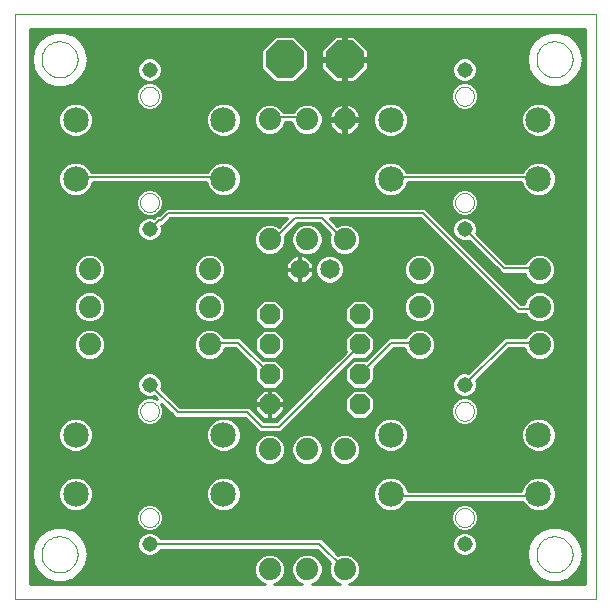
<source format=gbl>
G75*
G70*
%OFA0B0*%
%FSLAX24Y24*%
%IPPOS*%
%LPD*%
%AMOC8*
5,1,8,0,0,1.08239X$1,22.5*
%
%ADD10C,0.0000*%
%ADD11OC8,0.0680*%
%ADD12C,0.0650*%
%ADD13C,0.0740*%
%ADD14C,0.0850*%
%ADD15C,0.0515*%
%ADD16OC8,0.1240*%
%ADD17C,0.0100*%
%ADD18C,0.0060*%
%ADD19C,0.0080*%
D10*
X000100Y000100D02*
X000100Y019596D01*
X019470Y019596D01*
X019470Y000100D01*
X000100Y000100D01*
X001000Y001600D02*
X001002Y001649D01*
X001008Y001697D01*
X001018Y001745D01*
X001032Y001792D01*
X001049Y001838D01*
X001070Y001882D01*
X001095Y001924D01*
X001123Y001964D01*
X001155Y002002D01*
X001189Y002037D01*
X001226Y002069D01*
X001265Y002098D01*
X001307Y002124D01*
X001351Y002146D01*
X001396Y002164D01*
X001443Y002179D01*
X001490Y002190D01*
X001539Y002197D01*
X001588Y002200D01*
X001637Y002199D01*
X001685Y002194D01*
X001734Y002185D01*
X001781Y002172D01*
X001827Y002155D01*
X001871Y002135D01*
X001914Y002111D01*
X001955Y002084D01*
X001993Y002053D01*
X002029Y002020D01*
X002061Y001984D01*
X002091Y001945D01*
X002118Y001904D01*
X002141Y001860D01*
X002160Y001815D01*
X002176Y001769D01*
X002188Y001722D01*
X002196Y001673D01*
X002200Y001624D01*
X002200Y001576D01*
X002196Y001527D01*
X002188Y001478D01*
X002176Y001431D01*
X002160Y001385D01*
X002141Y001340D01*
X002118Y001296D01*
X002091Y001255D01*
X002061Y001216D01*
X002029Y001180D01*
X001993Y001147D01*
X001955Y001116D01*
X001914Y001089D01*
X001871Y001065D01*
X001827Y001045D01*
X001781Y001028D01*
X001734Y001015D01*
X001685Y001006D01*
X001637Y001001D01*
X001588Y001000D01*
X001539Y001003D01*
X001490Y001010D01*
X001443Y001021D01*
X001396Y001036D01*
X001351Y001054D01*
X001307Y001076D01*
X001265Y001102D01*
X001226Y001131D01*
X001189Y001163D01*
X001155Y001198D01*
X001123Y001236D01*
X001095Y001276D01*
X001070Y001318D01*
X001049Y001362D01*
X001032Y001408D01*
X001018Y001455D01*
X001008Y001503D01*
X001002Y001551D01*
X001000Y001600D01*
X004285Y002828D02*
X004287Y002863D01*
X004293Y002898D01*
X004303Y002932D01*
X004316Y002965D01*
X004333Y002996D01*
X004354Y003024D01*
X004377Y003051D01*
X004404Y003074D01*
X004432Y003095D01*
X004463Y003112D01*
X004496Y003125D01*
X004530Y003135D01*
X004565Y003141D01*
X004600Y003143D01*
X004635Y003141D01*
X004670Y003135D01*
X004704Y003125D01*
X004737Y003112D01*
X004768Y003095D01*
X004796Y003074D01*
X004823Y003051D01*
X004846Y003024D01*
X004867Y002996D01*
X004884Y002965D01*
X004897Y002932D01*
X004907Y002898D01*
X004913Y002863D01*
X004915Y002828D01*
X004913Y002793D01*
X004907Y002758D01*
X004897Y002724D01*
X004884Y002691D01*
X004867Y002660D01*
X004846Y002632D01*
X004823Y002605D01*
X004796Y002582D01*
X004768Y002561D01*
X004737Y002544D01*
X004704Y002531D01*
X004670Y002521D01*
X004635Y002515D01*
X004600Y002513D01*
X004565Y002515D01*
X004530Y002521D01*
X004496Y002531D01*
X004463Y002544D01*
X004432Y002561D01*
X004404Y002582D01*
X004377Y002605D01*
X004354Y002632D01*
X004333Y002660D01*
X004316Y002691D01*
X004303Y002724D01*
X004293Y002758D01*
X004287Y002793D01*
X004285Y002828D01*
X004285Y006372D02*
X004287Y006407D01*
X004293Y006442D01*
X004303Y006476D01*
X004316Y006509D01*
X004333Y006540D01*
X004354Y006568D01*
X004377Y006595D01*
X004404Y006618D01*
X004432Y006639D01*
X004463Y006656D01*
X004496Y006669D01*
X004530Y006679D01*
X004565Y006685D01*
X004600Y006687D01*
X004635Y006685D01*
X004670Y006679D01*
X004704Y006669D01*
X004737Y006656D01*
X004768Y006639D01*
X004796Y006618D01*
X004823Y006595D01*
X004846Y006568D01*
X004867Y006540D01*
X004884Y006509D01*
X004897Y006476D01*
X004907Y006442D01*
X004913Y006407D01*
X004915Y006372D01*
X004913Y006337D01*
X004907Y006302D01*
X004897Y006268D01*
X004884Y006235D01*
X004867Y006204D01*
X004846Y006176D01*
X004823Y006149D01*
X004796Y006126D01*
X004768Y006105D01*
X004737Y006088D01*
X004704Y006075D01*
X004670Y006065D01*
X004635Y006059D01*
X004600Y006057D01*
X004565Y006059D01*
X004530Y006065D01*
X004496Y006075D01*
X004463Y006088D01*
X004432Y006105D01*
X004404Y006126D01*
X004377Y006149D01*
X004354Y006176D01*
X004333Y006204D01*
X004316Y006235D01*
X004303Y006268D01*
X004293Y006302D01*
X004287Y006337D01*
X004285Y006372D01*
X004285Y013328D02*
X004287Y013363D01*
X004293Y013398D01*
X004303Y013432D01*
X004316Y013465D01*
X004333Y013496D01*
X004354Y013524D01*
X004377Y013551D01*
X004404Y013574D01*
X004432Y013595D01*
X004463Y013612D01*
X004496Y013625D01*
X004530Y013635D01*
X004565Y013641D01*
X004600Y013643D01*
X004635Y013641D01*
X004670Y013635D01*
X004704Y013625D01*
X004737Y013612D01*
X004768Y013595D01*
X004796Y013574D01*
X004823Y013551D01*
X004846Y013524D01*
X004867Y013496D01*
X004884Y013465D01*
X004897Y013432D01*
X004907Y013398D01*
X004913Y013363D01*
X004915Y013328D01*
X004913Y013293D01*
X004907Y013258D01*
X004897Y013224D01*
X004884Y013191D01*
X004867Y013160D01*
X004846Y013132D01*
X004823Y013105D01*
X004796Y013082D01*
X004768Y013061D01*
X004737Y013044D01*
X004704Y013031D01*
X004670Y013021D01*
X004635Y013015D01*
X004600Y013013D01*
X004565Y013015D01*
X004530Y013021D01*
X004496Y013031D01*
X004463Y013044D01*
X004432Y013061D01*
X004404Y013082D01*
X004377Y013105D01*
X004354Y013132D01*
X004333Y013160D01*
X004316Y013191D01*
X004303Y013224D01*
X004293Y013258D01*
X004287Y013293D01*
X004285Y013328D01*
X004285Y016872D02*
X004287Y016907D01*
X004293Y016942D01*
X004303Y016976D01*
X004316Y017009D01*
X004333Y017040D01*
X004354Y017068D01*
X004377Y017095D01*
X004404Y017118D01*
X004432Y017139D01*
X004463Y017156D01*
X004496Y017169D01*
X004530Y017179D01*
X004565Y017185D01*
X004600Y017187D01*
X004635Y017185D01*
X004670Y017179D01*
X004704Y017169D01*
X004737Y017156D01*
X004768Y017139D01*
X004796Y017118D01*
X004823Y017095D01*
X004846Y017068D01*
X004867Y017040D01*
X004884Y017009D01*
X004897Y016976D01*
X004907Y016942D01*
X004913Y016907D01*
X004915Y016872D01*
X004913Y016837D01*
X004907Y016802D01*
X004897Y016768D01*
X004884Y016735D01*
X004867Y016704D01*
X004846Y016676D01*
X004823Y016649D01*
X004796Y016626D01*
X004768Y016605D01*
X004737Y016588D01*
X004704Y016575D01*
X004670Y016565D01*
X004635Y016559D01*
X004600Y016557D01*
X004565Y016559D01*
X004530Y016565D01*
X004496Y016575D01*
X004463Y016588D01*
X004432Y016605D01*
X004404Y016626D01*
X004377Y016649D01*
X004354Y016676D01*
X004333Y016704D01*
X004316Y016735D01*
X004303Y016768D01*
X004293Y016802D01*
X004287Y016837D01*
X004285Y016872D01*
X001000Y018100D02*
X001002Y018149D01*
X001008Y018197D01*
X001018Y018245D01*
X001032Y018292D01*
X001049Y018338D01*
X001070Y018382D01*
X001095Y018424D01*
X001123Y018464D01*
X001155Y018502D01*
X001189Y018537D01*
X001226Y018569D01*
X001265Y018598D01*
X001307Y018624D01*
X001351Y018646D01*
X001396Y018664D01*
X001443Y018679D01*
X001490Y018690D01*
X001539Y018697D01*
X001588Y018700D01*
X001637Y018699D01*
X001685Y018694D01*
X001734Y018685D01*
X001781Y018672D01*
X001827Y018655D01*
X001871Y018635D01*
X001914Y018611D01*
X001955Y018584D01*
X001993Y018553D01*
X002029Y018520D01*
X002061Y018484D01*
X002091Y018445D01*
X002118Y018404D01*
X002141Y018360D01*
X002160Y018315D01*
X002176Y018269D01*
X002188Y018222D01*
X002196Y018173D01*
X002200Y018124D01*
X002200Y018076D01*
X002196Y018027D01*
X002188Y017978D01*
X002176Y017931D01*
X002160Y017885D01*
X002141Y017840D01*
X002118Y017796D01*
X002091Y017755D01*
X002061Y017716D01*
X002029Y017680D01*
X001993Y017647D01*
X001955Y017616D01*
X001914Y017589D01*
X001871Y017565D01*
X001827Y017545D01*
X001781Y017528D01*
X001734Y017515D01*
X001685Y017506D01*
X001637Y017501D01*
X001588Y017500D01*
X001539Y017503D01*
X001490Y017510D01*
X001443Y017521D01*
X001396Y017536D01*
X001351Y017554D01*
X001307Y017576D01*
X001265Y017602D01*
X001226Y017631D01*
X001189Y017663D01*
X001155Y017698D01*
X001123Y017736D01*
X001095Y017776D01*
X001070Y017818D01*
X001049Y017862D01*
X001032Y017908D01*
X001018Y017955D01*
X001008Y018003D01*
X001002Y018051D01*
X001000Y018100D01*
X014785Y016872D02*
X014787Y016907D01*
X014793Y016942D01*
X014803Y016976D01*
X014816Y017009D01*
X014833Y017040D01*
X014854Y017068D01*
X014877Y017095D01*
X014904Y017118D01*
X014932Y017139D01*
X014963Y017156D01*
X014996Y017169D01*
X015030Y017179D01*
X015065Y017185D01*
X015100Y017187D01*
X015135Y017185D01*
X015170Y017179D01*
X015204Y017169D01*
X015237Y017156D01*
X015268Y017139D01*
X015296Y017118D01*
X015323Y017095D01*
X015346Y017068D01*
X015367Y017040D01*
X015384Y017009D01*
X015397Y016976D01*
X015407Y016942D01*
X015413Y016907D01*
X015415Y016872D01*
X015413Y016837D01*
X015407Y016802D01*
X015397Y016768D01*
X015384Y016735D01*
X015367Y016704D01*
X015346Y016676D01*
X015323Y016649D01*
X015296Y016626D01*
X015268Y016605D01*
X015237Y016588D01*
X015204Y016575D01*
X015170Y016565D01*
X015135Y016559D01*
X015100Y016557D01*
X015065Y016559D01*
X015030Y016565D01*
X014996Y016575D01*
X014963Y016588D01*
X014932Y016605D01*
X014904Y016626D01*
X014877Y016649D01*
X014854Y016676D01*
X014833Y016704D01*
X014816Y016735D01*
X014803Y016768D01*
X014793Y016802D01*
X014787Y016837D01*
X014785Y016872D01*
X017500Y018100D02*
X017502Y018149D01*
X017508Y018197D01*
X017518Y018245D01*
X017532Y018292D01*
X017549Y018338D01*
X017570Y018382D01*
X017595Y018424D01*
X017623Y018464D01*
X017655Y018502D01*
X017689Y018537D01*
X017726Y018569D01*
X017765Y018598D01*
X017807Y018624D01*
X017851Y018646D01*
X017896Y018664D01*
X017943Y018679D01*
X017990Y018690D01*
X018039Y018697D01*
X018088Y018700D01*
X018137Y018699D01*
X018185Y018694D01*
X018234Y018685D01*
X018281Y018672D01*
X018327Y018655D01*
X018371Y018635D01*
X018414Y018611D01*
X018455Y018584D01*
X018493Y018553D01*
X018529Y018520D01*
X018561Y018484D01*
X018591Y018445D01*
X018618Y018404D01*
X018641Y018360D01*
X018660Y018315D01*
X018676Y018269D01*
X018688Y018222D01*
X018696Y018173D01*
X018700Y018124D01*
X018700Y018076D01*
X018696Y018027D01*
X018688Y017978D01*
X018676Y017931D01*
X018660Y017885D01*
X018641Y017840D01*
X018618Y017796D01*
X018591Y017755D01*
X018561Y017716D01*
X018529Y017680D01*
X018493Y017647D01*
X018455Y017616D01*
X018414Y017589D01*
X018371Y017565D01*
X018327Y017545D01*
X018281Y017528D01*
X018234Y017515D01*
X018185Y017506D01*
X018137Y017501D01*
X018088Y017500D01*
X018039Y017503D01*
X017990Y017510D01*
X017943Y017521D01*
X017896Y017536D01*
X017851Y017554D01*
X017807Y017576D01*
X017765Y017602D01*
X017726Y017631D01*
X017689Y017663D01*
X017655Y017698D01*
X017623Y017736D01*
X017595Y017776D01*
X017570Y017818D01*
X017549Y017862D01*
X017532Y017908D01*
X017518Y017955D01*
X017508Y018003D01*
X017502Y018051D01*
X017500Y018100D01*
X014785Y013328D02*
X014787Y013363D01*
X014793Y013398D01*
X014803Y013432D01*
X014816Y013465D01*
X014833Y013496D01*
X014854Y013524D01*
X014877Y013551D01*
X014904Y013574D01*
X014932Y013595D01*
X014963Y013612D01*
X014996Y013625D01*
X015030Y013635D01*
X015065Y013641D01*
X015100Y013643D01*
X015135Y013641D01*
X015170Y013635D01*
X015204Y013625D01*
X015237Y013612D01*
X015268Y013595D01*
X015296Y013574D01*
X015323Y013551D01*
X015346Y013524D01*
X015367Y013496D01*
X015384Y013465D01*
X015397Y013432D01*
X015407Y013398D01*
X015413Y013363D01*
X015415Y013328D01*
X015413Y013293D01*
X015407Y013258D01*
X015397Y013224D01*
X015384Y013191D01*
X015367Y013160D01*
X015346Y013132D01*
X015323Y013105D01*
X015296Y013082D01*
X015268Y013061D01*
X015237Y013044D01*
X015204Y013031D01*
X015170Y013021D01*
X015135Y013015D01*
X015100Y013013D01*
X015065Y013015D01*
X015030Y013021D01*
X014996Y013031D01*
X014963Y013044D01*
X014932Y013061D01*
X014904Y013082D01*
X014877Y013105D01*
X014854Y013132D01*
X014833Y013160D01*
X014816Y013191D01*
X014803Y013224D01*
X014793Y013258D01*
X014787Y013293D01*
X014785Y013328D01*
X014785Y006372D02*
X014787Y006407D01*
X014793Y006442D01*
X014803Y006476D01*
X014816Y006509D01*
X014833Y006540D01*
X014854Y006568D01*
X014877Y006595D01*
X014904Y006618D01*
X014932Y006639D01*
X014963Y006656D01*
X014996Y006669D01*
X015030Y006679D01*
X015065Y006685D01*
X015100Y006687D01*
X015135Y006685D01*
X015170Y006679D01*
X015204Y006669D01*
X015237Y006656D01*
X015268Y006639D01*
X015296Y006618D01*
X015323Y006595D01*
X015346Y006568D01*
X015367Y006540D01*
X015384Y006509D01*
X015397Y006476D01*
X015407Y006442D01*
X015413Y006407D01*
X015415Y006372D01*
X015413Y006337D01*
X015407Y006302D01*
X015397Y006268D01*
X015384Y006235D01*
X015367Y006204D01*
X015346Y006176D01*
X015323Y006149D01*
X015296Y006126D01*
X015268Y006105D01*
X015237Y006088D01*
X015204Y006075D01*
X015170Y006065D01*
X015135Y006059D01*
X015100Y006057D01*
X015065Y006059D01*
X015030Y006065D01*
X014996Y006075D01*
X014963Y006088D01*
X014932Y006105D01*
X014904Y006126D01*
X014877Y006149D01*
X014854Y006176D01*
X014833Y006204D01*
X014816Y006235D01*
X014803Y006268D01*
X014793Y006302D01*
X014787Y006337D01*
X014785Y006372D01*
X014785Y002828D02*
X014787Y002863D01*
X014793Y002898D01*
X014803Y002932D01*
X014816Y002965D01*
X014833Y002996D01*
X014854Y003024D01*
X014877Y003051D01*
X014904Y003074D01*
X014932Y003095D01*
X014963Y003112D01*
X014996Y003125D01*
X015030Y003135D01*
X015065Y003141D01*
X015100Y003143D01*
X015135Y003141D01*
X015170Y003135D01*
X015204Y003125D01*
X015237Y003112D01*
X015268Y003095D01*
X015296Y003074D01*
X015323Y003051D01*
X015346Y003024D01*
X015367Y002996D01*
X015384Y002965D01*
X015397Y002932D01*
X015407Y002898D01*
X015413Y002863D01*
X015415Y002828D01*
X015413Y002793D01*
X015407Y002758D01*
X015397Y002724D01*
X015384Y002691D01*
X015367Y002660D01*
X015346Y002632D01*
X015323Y002605D01*
X015296Y002582D01*
X015268Y002561D01*
X015237Y002544D01*
X015204Y002531D01*
X015170Y002521D01*
X015135Y002515D01*
X015100Y002513D01*
X015065Y002515D01*
X015030Y002521D01*
X014996Y002531D01*
X014963Y002544D01*
X014932Y002561D01*
X014904Y002582D01*
X014877Y002605D01*
X014854Y002632D01*
X014833Y002660D01*
X014816Y002691D01*
X014803Y002724D01*
X014793Y002758D01*
X014787Y002793D01*
X014785Y002828D01*
X017500Y001600D02*
X017502Y001649D01*
X017508Y001697D01*
X017518Y001745D01*
X017532Y001792D01*
X017549Y001838D01*
X017570Y001882D01*
X017595Y001924D01*
X017623Y001964D01*
X017655Y002002D01*
X017689Y002037D01*
X017726Y002069D01*
X017765Y002098D01*
X017807Y002124D01*
X017851Y002146D01*
X017896Y002164D01*
X017943Y002179D01*
X017990Y002190D01*
X018039Y002197D01*
X018088Y002200D01*
X018137Y002199D01*
X018185Y002194D01*
X018234Y002185D01*
X018281Y002172D01*
X018327Y002155D01*
X018371Y002135D01*
X018414Y002111D01*
X018455Y002084D01*
X018493Y002053D01*
X018529Y002020D01*
X018561Y001984D01*
X018591Y001945D01*
X018618Y001904D01*
X018641Y001860D01*
X018660Y001815D01*
X018676Y001769D01*
X018688Y001722D01*
X018696Y001673D01*
X018700Y001624D01*
X018700Y001576D01*
X018696Y001527D01*
X018688Y001478D01*
X018676Y001431D01*
X018660Y001385D01*
X018641Y001340D01*
X018618Y001296D01*
X018591Y001255D01*
X018561Y001216D01*
X018529Y001180D01*
X018493Y001147D01*
X018455Y001116D01*
X018414Y001089D01*
X018371Y001065D01*
X018327Y001045D01*
X018281Y001028D01*
X018234Y001015D01*
X018185Y001006D01*
X018137Y001001D01*
X018088Y001000D01*
X018039Y001003D01*
X017990Y001010D01*
X017943Y001021D01*
X017896Y001036D01*
X017851Y001054D01*
X017807Y001076D01*
X017765Y001102D01*
X017726Y001131D01*
X017689Y001163D01*
X017655Y001198D01*
X017623Y001236D01*
X017595Y001276D01*
X017570Y001318D01*
X017549Y001362D01*
X017532Y001408D01*
X017518Y001455D01*
X017508Y001503D01*
X017502Y001551D01*
X017500Y001600D01*
D11*
X011600Y006600D03*
X011600Y007600D03*
X011600Y008600D03*
X011600Y009600D03*
X008600Y009600D03*
X008600Y008600D03*
X008600Y007600D03*
X008600Y006600D03*
D12*
X009600Y011100D03*
X010600Y011100D03*
D13*
X011100Y012100D03*
X009850Y012100D03*
X008600Y012100D03*
X006600Y011100D03*
X006600Y009850D03*
X006600Y008600D03*
X008600Y005100D03*
X009850Y005100D03*
X011100Y005100D03*
X013600Y008600D03*
X013600Y009850D03*
X013600Y011100D03*
X017600Y011100D03*
X017600Y009850D03*
X017600Y008600D03*
X011100Y001100D03*
X009850Y001100D03*
X008600Y001100D03*
X002600Y008600D03*
X002600Y009850D03*
X002600Y011100D03*
X008600Y016100D03*
X009850Y016100D03*
X011100Y016100D03*
D14*
X012639Y016084D03*
X012639Y014116D03*
X017561Y014116D03*
X017561Y016084D03*
X017561Y005584D03*
X017561Y003616D03*
X012639Y003616D03*
X012639Y005584D03*
X007061Y005584D03*
X007061Y003616D03*
X002139Y003616D03*
X002139Y005584D03*
X002139Y014116D03*
X002139Y016084D03*
X007061Y016084D03*
X007061Y014116D03*
D15*
X004600Y012443D03*
X004600Y007257D03*
X004600Y001943D03*
X015100Y001943D03*
X015100Y007257D03*
X015100Y012443D03*
X015100Y017757D03*
X004600Y017757D03*
D16*
X009100Y018100D03*
X011100Y018100D03*
D17*
X011150Y018126D02*
X014924Y018126D01*
X014869Y018103D02*
X015019Y018165D01*
X015181Y018165D01*
X015331Y018103D01*
X015445Y017988D01*
X015507Y017839D01*
X015507Y017676D01*
X015445Y017527D01*
X015331Y017412D01*
X015181Y017350D01*
X015019Y017350D01*
X014869Y017412D01*
X014755Y017527D01*
X014693Y017676D01*
X014693Y017839D01*
X014755Y017988D01*
X014869Y018103D01*
X014793Y018027D02*
X011870Y018027D01*
X011870Y018050D02*
X011150Y018050D01*
X011150Y018150D01*
X011050Y018150D01*
X011050Y018870D01*
X010781Y018870D01*
X010330Y018419D01*
X010330Y018150D01*
X011050Y018150D01*
X011050Y018050D01*
X010330Y018050D01*
X010330Y017781D01*
X010781Y017330D01*
X011050Y017330D01*
X011050Y018050D01*
X011150Y018050D01*
X011150Y017330D01*
X011419Y017330D01*
X011870Y017781D01*
X011870Y018050D01*
X011870Y018150D02*
X011870Y018419D01*
X011419Y018870D01*
X011150Y018870D01*
X011150Y018150D01*
X011870Y018150D01*
X011870Y018224D02*
X017188Y018224D01*
X017205Y018323D02*
X011870Y018323D01*
X011868Y018421D02*
X017223Y018421D01*
X017222Y018420D02*
X017166Y018100D01*
X017222Y017780D01*
X017384Y017500D01*
X017384Y017500D01*
X017633Y017291D01*
X017938Y017180D01*
X018021Y017180D01*
X018262Y017180D01*
X018567Y017291D01*
X018567Y017291D01*
X018816Y017500D01*
X018978Y017780D01*
X018978Y017780D01*
X019034Y018100D01*
X018978Y018420D01*
X018816Y018700D01*
X018567Y018909D01*
X018262Y019020D01*
X017938Y019020D01*
X017633Y018909D01*
X017633Y018909D01*
X017384Y018700D01*
X017222Y018420D01*
X017222Y018420D01*
X017280Y018520D02*
X011769Y018520D01*
X011671Y018618D02*
X017337Y018618D01*
X017384Y018700D02*
X017384Y018700D01*
X017384Y018700D01*
X017404Y018717D02*
X011572Y018717D01*
X011474Y018815D02*
X017521Y018815D01*
X017645Y018914D02*
X002055Y018914D01*
X002067Y018909D02*
X001762Y019020D01*
X001438Y019020D01*
X001133Y018909D01*
X001133Y018909D01*
X000884Y018700D01*
X000722Y018420D01*
X000722Y018420D01*
X000666Y018100D01*
X000722Y017780D01*
X000884Y017500D01*
X001133Y017291D01*
X001438Y017180D01*
X001521Y017180D01*
X001762Y017180D01*
X002067Y017291D01*
X002067Y017291D01*
X002316Y017500D01*
X002478Y017780D01*
X002478Y017780D01*
X002534Y018100D01*
X002478Y018420D01*
X002316Y018700D01*
X002316Y018700D01*
X002067Y018909D01*
X002067Y018909D01*
X002179Y018815D02*
X008726Y018815D01*
X008781Y018870D02*
X008330Y018419D01*
X008330Y017781D01*
X008781Y017330D01*
X009419Y017330D01*
X009870Y017781D01*
X009870Y018419D01*
X009419Y018870D01*
X008781Y018870D01*
X008628Y018717D02*
X002296Y018717D01*
X002363Y018618D02*
X008529Y018618D01*
X008431Y018520D02*
X002420Y018520D01*
X002477Y018421D02*
X008332Y018421D01*
X008330Y018323D02*
X002495Y018323D01*
X002478Y018420D02*
X002478Y018420D01*
X002512Y018224D02*
X008330Y018224D01*
X008330Y018126D02*
X004776Y018126D01*
X004831Y018103D02*
X004681Y018165D01*
X004519Y018165D01*
X004369Y018103D01*
X004255Y017988D01*
X004193Y017839D01*
X004193Y017676D01*
X004255Y017527D01*
X004369Y017412D01*
X004519Y017350D01*
X004681Y017350D01*
X004831Y017412D01*
X004945Y017527D01*
X005007Y017676D01*
X005007Y017839D01*
X004945Y017988D01*
X004831Y018103D01*
X004907Y018027D02*
X008330Y018027D01*
X008330Y017929D02*
X004970Y017929D01*
X005007Y017830D02*
X008330Y017830D01*
X008380Y017732D02*
X005007Y017732D01*
X004990Y017633D02*
X008478Y017633D01*
X008577Y017535D02*
X004949Y017535D01*
X004855Y017436D02*
X008675Y017436D01*
X008774Y017338D02*
X002123Y017338D01*
X002240Y017436D02*
X004345Y017436D01*
X004251Y017535D02*
X002336Y017535D01*
X002316Y017500D02*
X002316Y017500D01*
X002316Y017500D01*
X002393Y017633D02*
X004210Y017633D01*
X004193Y017732D02*
X002450Y017732D01*
X002487Y017830D02*
X004193Y017830D01*
X004230Y017929D02*
X002504Y017929D01*
X002521Y018027D02*
X004293Y018027D01*
X004424Y018126D02*
X002530Y018126D01*
X002534Y018100D02*
X002534Y018100D01*
X001924Y017239D02*
X004310Y017239D01*
X004337Y017266D02*
X004206Y017135D01*
X004135Y016964D01*
X004135Y016779D01*
X004206Y016608D01*
X004337Y016477D01*
X004508Y016407D01*
X004692Y016407D01*
X004863Y016477D01*
X004994Y016608D01*
X005065Y016779D01*
X005065Y016964D01*
X004994Y017135D01*
X004863Y017266D01*
X004692Y017337D01*
X004508Y017337D01*
X004337Y017266D01*
X004211Y017141D02*
X000600Y017141D01*
X000600Y017239D02*
X001276Y017239D01*
X001133Y017291D02*
X001133Y017291D01*
X001077Y017338D02*
X000600Y017338D01*
X000600Y017436D02*
X000960Y017436D01*
X000864Y017535D02*
X000600Y017535D01*
X000600Y017633D02*
X000807Y017633D01*
X000750Y017732D02*
X000600Y017732D01*
X000600Y017830D02*
X000713Y017830D01*
X000696Y017929D02*
X000600Y017929D01*
X000600Y018027D02*
X000679Y018027D01*
X000666Y018100D02*
X000666Y018100D01*
X000670Y018126D02*
X000600Y018126D01*
X000600Y018224D02*
X000688Y018224D01*
X000705Y018323D02*
X000600Y018323D01*
X000600Y018421D02*
X000723Y018421D01*
X000780Y018520D02*
X000600Y018520D01*
X000600Y018618D02*
X000837Y018618D01*
X000884Y018700D02*
X000884Y018700D01*
X000884Y018700D01*
X000904Y018717D02*
X000600Y018717D01*
X000600Y018815D02*
X001021Y018815D01*
X001145Y018914D02*
X000600Y018914D01*
X000600Y019012D02*
X001416Y019012D01*
X001784Y019012D02*
X017916Y019012D01*
X018284Y019012D02*
X019100Y019012D01*
X019100Y019100D02*
X019100Y000600D01*
X011252Y000600D01*
X011395Y000659D01*
X011541Y000805D01*
X011620Y000997D01*
X011620Y001203D01*
X011541Y001395D01*
X011395Y001541D01*
X011203Y001620D01*
X010997Y001620D01*
X010892Y001577D01*
X010336Y002133D01*
X004962Y002133D01*
X004945Y002173D01*
X004831Y002288D01*
X004681Y002350D01*
X004519Y002350D01*
X004369Y002288D01*
X004255Y002173D01*
X004193Y002024D01*
X004193Y001861D01*
X004255Y001712D01*
X004369Y001597D01*
X004519Y001535D01*
X004681Y001535D01*
X004831Y001597D01*
X004945Y001712D01*
X004962Y001753D01*
X010179Y001753D01*
X010623Y001308D01*
X010580Y001203D01*
X010580Y000997D01*
X010659Y000805D01*
X010805Y000659D01*
X010948Y000600D01*
X010002Y000600D01*
X010145Y000659D01*
X010291Y000805D01*
X010370Y000997D01*
X010370Y001203D01*
X010291Y001395D01*
X010145Y001541D01*
X009953Y001620D01*
X009747Y001620D01*
X009555Y001541D01*
X009409Y001395D01*
X009330Y001203D01*
X009330Y000997D01*
X009409Y000805D01*
X009555Y000659D01*
X009698Y000600D01*
X008752Y000600D01*
X008895Y000659D01*
X009041Y000805D01*
X009120Y000997D01*
X009120Y001203D01*
X009041Y001395D01*
X008895Y001541D01*
X008703Y001620D01*
X008497Y001620D01*
X008305Y001541D01*
X008159Y001395D01*
X008080Y001203D01*
X008080Y000997D01*
X008159Y000805D01*
X008305Y000659D01*
X008448Y000600D01*
X000600Y000600D01*
X000600Y019100D01*
X019100Y019100D01*
X019100Y018914D02*
X018555Y018914D01*
X018567Y018909D02*
X018567Y018909D01*
X018679Y018815D02*
X019100Y018815D01*
X019100Y018717D02*
X018796Y018717D01*
X018863Y018618D02*
X019100Y018618D01*
X019100Y018520D02*
X018920Y018520D01*
X018977Y018421D02*
X019100Y018421D01*
X019100Y018323D02*
X018995Y018323D01*
X018978Y018420D02*
X018978Y018420D01*
X019012Y018224D02*
X019100Y018224D01*
X019100Y018126D02*
X019030Y018126D01*
X019034Y018100D02*
X019034Y018100D01*
X019021Y018027D02*
X019100Y018027D01*
X019100Y017929D02*
X019004Y017929D01*
X018987Y017830D02*
X019100Y017830D01*
X019100Y017732D02*
X018950Y017732D01*
X018893Y017633D02*
X019100Y017633D01*
X019100Y017535D02*
X018836Y017535D01*
X018816Y017500D02*
X018816Y017500D01*
X018816Y017500D01*
X018740Y017436D02*
X019100Y017436D01*
X019100Y017338D02*
X018623Y017338D01*
X018424Y017239D02*
X019100Y017239D01*
X019100Y017141D02*
X015489Y017141D01*
X015494Y017135D02*
X015363Y017266D01*
X015192Y017337D01*
X015008Y017337D01*
X014837Y017266D01*
X014706Y017135D01*
X014635Y016964D01*
X014635Y016779D01*
X014706Y016608D01*
X014837Y016477D01*
X015008Y016407D01*
X015192Y016407D01*
X015363Y016477D01*
X015494Y016608D01*
X015565Y016779D01*
X015565Y016964D01*
X015494Y017135D01*
X015533Y017042D02*
X019100Y017042D01*
X019100Y016944D02*
X015565Y016944D01*
X015565Y016845D02*
X019100Y016845D01*
X019100Y016747D02*
X015551Y016747D01*
X015511Y016648D02*
X017419Y016648D01*
X017446Y016659D02*
X017235Y016572D01*
X017073Y016410D01*
X016986Y016199D01*
X016986Y015970D01*
X017073Y015759D01*
X017235Y015597D01*
X017446Y015509D01*
X017675Y015509D01*
X017886Y015597D01*
X018048Y015759D01*
X018136Y015970D01*
X018136Y016199D01*
X018048Y016410D01*
X017886Y016572D01*
X017675Y016659D01*
X017446Y016659D01*
X017702Y016648D02*
X019100Y016648D01*
X019100Y016550D02*
X017909Y016550D01*
X018007Y016451D02*
X019100Y016451D01*
X019100Y016353D02*
X018072Y016353D01*
X018113Y016254D02*
X019100Y016254D01*
X019100Y016156D02*
X018136Y016156D01*
X018136Y016057D02*
X019100Y016057D01*
X019100Y015959D02*
X018131Y015959D01*
X018090Y015860D02*
X019100Y015860D01*
X019100Y015762D02*
X018049Y015762D01*
X017953Y015663D02*
X019100Y015663D01*
X019100Y015565D02*
X017808Y015565D01*
X017313Y015565D02*
X012887Y015565D01*
X012965Y015597D02*
X012754Y015509D01*
X012525Y015509D01*
X012314Y015597D01*
X012152Y015759D01*
X012064Y015970D01*
X012064Y016199D01*
X012152Y016410D01*
X012314Y016572D01*
X012525Y016659D01*
X012754Y016659D01*
X012965Y016572D01*
X013127Y016410D01*
X013214Y016199D01*
X013214Y015970D01*
X013127Y015759D01*
X012965Y015597D01*
X013031Y015663D02*
X017169Y015663D01*
X017072Y015762D02*
X013128Y015762D01*
X013169Y015860D02*
X017031Y015860D01*
X016990Y015959D02*
X013210Y015959D01*
X013214Y016057D02*
X016986Y016057D01*
X016986Y016156D02*
X013214Y016156D01*
X013191Y016254D02*
X017009Y016254D01*
X017049Y016353D02*
X013151Y016353D01*
X013086Y016451D02*
X014900Y016451D01*
X014765Y016550D02*
X012987Y016550D01*
X012781Y016648D02*
X014689Y016648D01*
X014649Y016747D02*
X005051Y016747D01*
X005065Y016845D02*
X014635Y016845D01*
X014635Y016944D02*
X005065Y016944D01*
X005033Y017042D02*
X014667Y017042D01*
X014711Y017141D02*
X004989Y017141D01*
X004890Y017239D02*
X014810Y017239D01*
X014845Y017436D02*
X011525Y017436D01*
X011426Y017338D02*
X017577Y017338D01*
X017633Y017291D02*
X017633Y017291D01*
X017776Y017239D02*
X015390Y017239D01*
X015355Y017436D02*
X017460Y017436D01*
X017364Y017535D02*
X015449Y017535D01*
X015490Y017633D02*
X017307Y017633D01*
X017250Y017732D02*
X015507Y017732D01*
X015507Y017830D02*
X017213Y017830D01*
X017222Y017780D02*
X017222Y017780D01*
X017196Y017929D02*
X015470Y017929D01*
X015407Y018027D02*
X017179Y018027D01*
X017166Y018100D02*
X017166Y018100D01*
X017170Y018126D02*
X015276Y018126D01*
X014730Y017929D02*
X011870Y017929D01*
X011870Y017830D02*
X014693Y017830D01*
X014693Y017732D02*
X011820Y017732D01*
X011722Y017633D02*
X014710Y017633D01*
X014751Y017535D02*
X011623Y017535D01*
X011150Y017535D02*
X011050Y017535D01*
X011050Y017633D02*
X011150Y017633D01*
X011150Y017732D02*
X011050Y017732D01*
X011050Y017830D02*
X011150Y017830D01*
X011150Y017929D02*
X011050Y017929D01*
X011050Y018027D02*
X011150Y018027D01*
X011050Y018126D02*
X009870Y018126D01*
X009870Y018224D02*
X010330Y018224D01*
X010330Y018323D02*
X009870Y018323D01*
X009868Y018421D02*
X010332Y018421D01*
X010431Y018520D02*
X009769Y018520D01*
X009671Y018618D02*
X010529Y018618D01*
X010628Y018717D02*
X009572Y018717D01*
X009474Y018815D02*
X010726Y018815D01*
X011050Y018815D02*
X011150Y018815D01*
X011150Y018717D02*
X011050Y018717D01*
X011050Y018618D02*
X011150Y018618D01*
X011150Y018520D02*
X011050Y018520D01*
X011050Y018421D02*
X011150Y018421D01*
X011150Y018323D02*
X011050Y018323D01*
X011050Y018224D02*
X011150Y018224D01*
X010478Y017633D02*
X009722Y017633D01*
X009623Y017535D02*
X010577Y017535D01*
X010675Y017436D02*
X009525Y017436D01*
X009426Y017338D02*
X010774Y017338D01*
X011050Y017338D02*
X011150Y017338D01*
X011150Y017436D02*
X011050Y017436D01*
X010380Y017732D02*
X009820Y017732D01*
X009870Y017830D02*
X010330Y017830D01*
X010330Y017929D02*
X009870Y017929D01*
X009870Y018027D02*
X010330Y018027D01*
X009953Y016620D02*
X009747Y016620D01*
X009555Y016541D01*
X009409Y016395D01*
X009395Y016360D01*
X009055Y016360D01*
X009041Y016395D01*
X008895Y016541D01*
X008703Y016620D01*
X008497Y016620D01*
X008305Y016541D01*
X008159Y016395D01*
X008080Y016203D01*
X008080Y015997D01*
X008159Y015805D01*
X008305Y015659D01*
X008497Y015580D01*
X008703Y015580D01*
X008895Y015659D01*
X009041Y015805D01*
X009120Y015997D01*
X009120Y016000D01*
X009330Y016000D01*
X009330Y015997D01*
X009409Y015805D01*
X009555Y015659D01*
X009747Y015580D01*
X009953Y015580D01*
X010145Y015659D01*
X010291Y015805D01*
X010370Y015997D01*
X010370Y016203D01*
X010291Y016395D01*
X010145Y016541D01*
X009953Y016620D01*
X010124Y016550D02*
X010837Y016550D01*
X010827Y016545D02*
X010761Y016497D01*
X010703Y016439D01*
X010655Y016373D01*
X010618Y016300D01*
X010593Y016222D01*
X010580Y016141D01*
X010580Y016139D01*
X011061Y016139D01*
X011061Y016620D01*
X011059Y016620D01*
X010978Y016607D01*
X010900Y016582D01*
X010827Y016545D01*
X010716Y016451D02*
X010234Y016451D01*
X010308Y016353D02*
X010645Y016353D01*
X010603Y016254D02*
X010349Y016254D01*
X010370Y016156D02*
X010582Y016156D01*
X010580Y016061D02*
X010580Y016059D01*
X010593Y015978D01*
X010618Y015900D01*
X010655Y015827D01*
X010703Y015761D01*
X010761Y015703D01*
X010827Y015655D01*
X010900Y015618D01*
X010978Y015593D01*
X011059Y015580D01*
X011061Y015580D01*
X011061Y016061D01*
X010580Y016061D01*
X010580Y016057D02*
X010370Y016057D01*
X010354Y015959D02*
X010599Y015959D01*
X010639Y015860D02*
X010313Y015860D01*
X010247Y015762D02*
X010703Y015762D01*
X010817Y015663D02*
X010148Y015663D01*
X009552Y015663D02*
X008898Y015663D01*
X008997Y015762D02*
X009453Y015762D01*
X009387Y015860D02*
X009063Y015860D01*
X009104Y015959D02*
X009346Y015959D01*
X009466Y016451D02*
X008984Y016451D01*
X008874Y016550D02*
X009576Y016550D01*
X008326Y016550D02*
X007409Y016550D01*
X007386Y016572D02*
X007175Y016659D01*
X006946Y016659D01*
X006735Y016572D01*
X006573Y016410D01*
X006486Y016199D01*
X006486Y015970D01*
X006573Y015759D01*
X006735Y015597D01*
X006946Y015509D01*
X007175Y015509D01*
X007386Y015597D01*
X007548Y015759D01*
X007636Y015970D01*
X007636Y016199D01*
X007548Y016410D01*
X007386Y016572D01*
X007507Y016451D02*
X008216Y016451D01*
X008142Y016353D02*
X007572Y016353D01*
X007613Y016254D02*
X008101Y016254D01*
X008080Y016156D02*
X007636Y016156D01*
X007636Y016057D02*
X008080Y016057D01*
X008096Y015959D02*
X007631Y015959D01*
X007590Y015860D02*
X008137Y015860D01*
X008203Y015762D02*
X007549Y015762D01*
X007453Y015663D02*
X008302Y015663D01*
X007308Y015565D02*
X012392Y015565D01*
X012247Y015663D02*
X011383Y015663D01*
X011373Y015655D02*
X011439Y015703D01*
X011497Y015761D01*
X011545Y015827D01*
X011582Y015900D01*
X011607Y015978D01*
X011620Y016059D01*
X011620Y016061D01*
X011139Y016061D01*
X011139Y016139D01*
X011061Y016139D01*
X011061Y016061D01*
X011139Y016061D01*
X011139Y015580D01*
X011141Y015580D01*
X011222Y015593D01*
X011300Y015618D01*
X011373Y015655D01*
X011497Y015762D02*
X012151Y015762D01*
X012110Y015860D02*
X011561Y015860D01*
X011601Y015959D02*
X012069Y015959D01*
X012064Y016057D02*
X011620Y016057D01*
X011620Y016139D02*
X011620Y016141D01*
X011607Y016222D01*
X011582Y016300D01*
X011545Y016373D01*
X011497Y016439D01*
X011439Y016497D01*
X011373Y016545D01*
X011300Y016582D01*
X011222Y016607D01*
X011141Y016620D01*
X011139Y016620D01*
X011139Y016139D01*
X011620Y016139D01*
X011618Y016156D02*
X012064Y016156D01*
X012087Y016254D02*
X011597Y016254D01*
X011555Y016353D02*
X012128Y016353D01*
X012193Y016451D02*
X011484Y016451D01*
X011363Y016550D02*
X012291Y016550D01*
X012498Y016648D02*
X007202Y016648D01*
X006919Y016648D02*
X005011Y016648D01*
X004935Y016550D02*
X006713Y016550D01*
X006614Y016451D02*
X004800Y016451D01*
X004400Y016451D02*
X002586Y016451D01*
X002627Y016410D02*
X002465Y016572D01*
X002254Y016659D01*
X002025Y016659D01*
X001814Y016572D01*
X001652Y016410D01*
X001564Y016199D01*
X001564Y015970D01*
X001652Y015759D01*
X001814Y015597D01*
X002025Y015509D01*
X002254Y015509D01*
X002465Y015597D01*
X002627Y015759D01*
X002714Y015970D01*
X002714Y016199D01*
X002627Y016410D01*
X002651Y016353D02*
X006549Y016353D01*
X006509Y016254D02*
X002691Y016254D01*
X002714Y016156D02*
X006486Y016156D01*
X006486Y016057D02*
X002714Y016057D01*
X002710Y015959D02*
X006490Y015959D01*
X006531Y015860D02*
X002669Y015860D01*
X002628Y015762D02*
X006572Y015762D01*
X006669Y015663D02*
X002531Y015663D01*
X002387Y015565D02*
X006813Y015565D01*
X006946Y014691D02*
X006735Y014603D01*
X006573Y014441D01*
X006539Y014360D01*
X002661Y014360D01*
X002627Y014441D01*
X002465Y014603D01*
X002254Y014691D01*
X002025Y014691D01*
X001814Y014603D01*
X001652Y014441D01*
X001564Y014230D01*
X001564Y014001D01*
X001652Y013790D01*
X001814Y013628D01*
X002025Y013541D01*
X002254Y013541D01*
X002465Y013628D01*
X002627Y013790D01*
X002714Y014000D01*
X006486Y014000D01*
X006573Y013790D01*
X006735Y013628D01*
X006946Y013541D01*
X007175Y013541D01*
X007386Y013628D01*
X007548Y013790D01*
X007636Y014001D01*
X007636Y014230D01*
X007548Y014441D01*
X007386Y014603D01*
X007175Y014691D01*
X006946Y014691D01*
X006916Y014678D02*
X002284Y014678D01*
X002489Y014580D02*
X006711Y014580D01*
X006613Y014481D02*
X002587Y014481D01*
X002651Y014383D02*
X006549Y014383D01*
X006491Y013989D02*
X002709Y013989D01*
X002668Y013890D02*
X006532Y013890D01*
X006573Y013792D02*
X004697Y013792D01*
X004692Y013793D02*
X004863Y013723D01*
X004994Y013592D01*
X005065Y013421D01*
X005065Y013236D01*
X004994Y013065D01*
X004863Y012934D01*
X004829Y012920D01*
X004905Y012920D01*
X005040Y013055D01*
X005145Y013160D01*
X013775Y013160D01*
X016975Y009960D01*
X017083Y009960D01*
X017159Y010145D01*
X017305Y010291D01*
X017497Y010370D01*
X017703Y010370D01*
X017895Y010291D01*
X018041Y010145D01*
X018120Y009953D01*
X018120Y009747D01*
X018041Y009555D01*
X017895Y009409D01*
X017703Y009330D01*
X017497Y009330D01*
X017305Y009409D01*
X017159Y009555D01*
X017141Y009600D01*
X016825Y009600D01*
X016720Y009705D01*
X013625Y012800D01*
X010615Y012800D01*
X010854Y012561D01*
X010997Y012620D01*
X011203Y012620D01*
X011395Y012541D01*
X011541Y012395D01*
X011620Y012203D01*
X011620Y011997D01*
X011541Y011805D01*
X011395Y011659D01*
X011203Y011580D01*
X010997Y011580D01*
X010805Y011659D01*
X010659Y011805D01*
X010580Y011997D01*
X010580Y012203D01*
X010616Y012290D01*
X010265Y012640D01*
X009535Y012640D01*
X009114Y012219D01*
X009120Y012203D01*
X009120Y011997D01*
X009041Y011805D01*
X008895Y011659D01*
X008703Y011580D01*
X008497Y011580D01*
X008305Y011659D01*
X008159Y011805D01*
X008080Y011997D01*
X008080Y012203D01*
X008159Y012395D01*
X008305Y012541D01*
X008497Y012620D01*
X008703Y012620D01*
X008895Y012541D01*
X008910Y012525D01*
X009185Y012800D01*
X005295Y012800D01*
X005055Y012560D01*
X004992Y012560D01*
X005007Y012524D01*
X005007Y012361D01*
X004945Y012212D01*
X004831Y012097D01*
X004681Y012035D01*
X004519Y012035D01*
X004369Y012097D01*
X004255Y012212D01*
X004193Y012361D01*
X004193Y012524D01*
X004255Y012673D01*
X004369Y012788D01*
X004519Y012850D01*
X004681Y012850D01*
X004734Y012828D01*
X004823Y012917D01*
X004692Y012863D01*
X004508Y012863D01*
X004337Y012934D01*
X004206Y013065D01*
X004135Y013236D01*
X004135Y013421D01*
X004206Y013592D01*
X004337Y013723D01*
X004508Y013793D01*
X004692Y013793D01*
X004503Y013792D02*
X002627Y013792D01*
X002530Y013693D02*
X004307Y013693D01*
X004209Y013595D02*
X002384Y013595D01*
X001895Y013595D02*
X000600Y013595D01*
X000600Y013693D02*
X001749Y013693D01*
X001651Y013792D02*
X000600Y013792D01*
X000600Y013890D02*
X001610Y013890D01*
X001570Y013989D02*
X000600Y013989D01*
X000600Y014087D02*
X001564Y014087D01*
X001564Y014186D02*
X000600Y014186D01*
X000600Y014284D02*
X001587Y014284D01*
X001628Y014383D02*
X000600Y014383D01*
X000600Y014481D02*
X001691Y014481D01*
X001790Y014580D02*
X000600Y014580D01*
X000600Y014678D02*
X001994Y014678D01*
X001892Y015565D02*
X000600Y015565D01*
X000600Y015663D02*
X001747Y015663D01*
X001651Y015762D02*
X000600Y015762D01*
X000600Y015860D02*
X001610Y015860D01*
X001569Y015959D02*
X000600Y015959D01*
X000600Y016057D02*
X001564Y016057D01*
X001564Y016156D02*
X000600Y016156D01*
X000600Y016254D02*
X001587Y016254D01*
X001628Y016353D02*
X000600Y016353D01*
X000600Y016451D02*
X001693Y016451D01*
X001791Y016550D02*
X000600Y016550D01*
X000600Y016648D02*
X001998Y016648D01*
X002281Y016648D02*
X004189Y016648D01*
X004149Y016747D02*
X000600Y016747D01*
X000600Y016845D02*
X004135Y016845D01*
X004135Y016944D02*
X000600Y016944D01*
X000600Y017042D02*
X004167Y017042D01*
X004265Y016550D02*
X002487Y016550D01*
X000600Y015466D02*
X019100Y015466D01*
X019100Y015368D02*
X000600Y015368D01*
X000600Y015269D02*
X019100Y015269D01*
X019100Y015171D02*
X000600Y015171D01*
X000600Y015072D02*
X019100Y015072D01*
X019100Y014974D02*
X000600Y014974D01*
X000600Y014875D02*
X019100Y014875D01*
X019100Y014777D02*
X000600Y014777D01*
X000600Y013496D02*
X004166Y013496D01*
X004135Y013398D02*
X000600Y013398D01*
X000600Y013299D02*
X004135Y013299D01*
X004150Y013201D02*
X000600Y013201D01*
X000600Y013102D02*
X004190Y013102D01*
X004267Y013004D02*
X000600Y013004D01*
X000600Y012905D02*
X004407Y012905D01*
X004414Y012807D02*
X000600Y012807D01*
X000600Y012708D02*
X004289Y012708D01*
X004228Y012610D02*
X000600Y012610D01*
X000600Y012511D02*
X004193Y012511D01*
X004193Y012413D02*
X000600Y012413D01*
X000600Y012314D02*
X004212Y012314D01*
X004253Y012216D02*
X000600Y012216D01*
X000600Y012117D02*
X004349Y012117D01*
X004851Y012117D02*
X008080Y012117D01*
X008080Y012019D02*
X000600Y012019D01*
X000600Y011920D02*
X008112Y011920D01*
X008153Y011822D02*
X000600Y011822D01*
X000600Y011723D02*
X008242Y011723D01*
X008389Y011625D02*
X000600Y011625D01*
X000600Y011526D02*
X002291Y011526D01*
X002305Y011541D02*
X002159Y011395D01*
X002080Y011203D01*
X002080Y010997D01*
X002159Y010805D01*
X002305Y010659D01*
X002497Y010580D01*
X002703Y010580D01*
X002895Y010659D01*
X003041Y010805D01*
X003120Y010997D01*
X003120Y011203D01*
X003041Y011395D01*
X002895Y011541D01*
X002703Y011620D01*
X002497Y011620D01*
X002305Y011541D01*
X002192Y011428D02*
X000600Y011428D01*
X000600Y011329D02*
X002132Y011329D01*
X002091Y011231D02*
X000600Y011231D01*
X000600Y011132D02*
X002080Y011132D01*
X002080Y011034D02*
X000600Y011034D01*
X000600Y010935D02*
X002105Y010935D01*
X002146Y010837D02*
X000600Y010837D01*
X000600Y010738D02*
X002227Y010738D01*
X002353Y010640D02*
X000600Y010640D01*
X000600Y010541D02*
X015884Y010541D01*
X015786Y010640D02*
X013847Y010640D01*
X013895Y010659D02*
X014041Y010805D01*
X014120Y010997D01*
X014120Y011203D01*
X014041Y011395D01*
X013895Y011541D01*
X013703Y011620D01*
X013497Y011620D01*
X013305Y011541D01*
X013159Y011395D01*
X013080Y011203D01*
X013080Y010997D01*
X013159Y010805D01*
X013305Y010659D01*
X013497Y010580D01*
X013703Y010580D01*
X013895Y010659D01*
X013973Y010738D02*
X015687Y010738D01*
X015589Y010837D02*
X014054Y010837D01*
X014095Y010935D02*
X015490Y010935D01*
X015392Y011034D02*
X014120Y011034D01*
X014120Y011132D02*
X015293Y011132D01*
X015195Y011231D02*
X014109Y011231D01*
X014068Y011329D02*
X015096Y011329D01*
X014998Y011428D02*
X014008Y011428D01*
X013909Y011526D02*
X014899Y011526D01*
X014801Y011625D02*
X011311Y011625D01*
X011458Y011723D02*
X014702Y011723D01*
X014604Y011822D02*
X011547Y011822D01*
X011588Y011920D02*
X014505Y011920D01*
X014407Y012019D02*
X011620Y012019D01*
X011620Y012117D02*
X014308Y012117D01*
X014210Y012216D02*
X011615Y012216D01*
X011574Y012314D02*
X014111Y012314D01*
X014013Y012413D02*
X011523Y012413D01*
X011424Y012511D02*
X013914Y012511D01*
X013816Y012610D02*
X011229Y012610D01*
X010971Y012610D02*
X010805Y012610D01*
X010707Y012708D02*
X013717Y012708D01*
X014030Y012905D02*
X014907Y012905D01*
X014837Y012934D02*
X015008Y012863D01*
X015192Y012863D01*
X015363Y012934D01*
X015494Y013065D01*
X015565Y013236D01*
X015565Y013421D01*
X015494Y013592D01*
X015363Y013723D01*
X015192Y013793D01*
X015008Y013793D01*
X014837Y013723D01*
X014706Y013592D01*
X014635Y013421D01*
X014635Y013236D01*
X014706Y013065D01*
X014837Y012934D01*
X014767Y013004D02*
X013931Y013004D01*
X013833Y013102D02*
X014690Y013102D01*
X014650Y013201D02*
X005050Y013201D01*
X005065Y013299D02*
X014635Y013299D01*
X014635Y013398D02*
X005065Y013398D01*
X005034Y013496D02*
X014666Y013496D01*
X014709Y013595D02*
X012884Y013595D01*
X012965Y013628D02*
X012754Y013541D01*
X012525Y013541D01*
X012314Y013628D01*
X012152Y013790D01*
X012064Y014001D01*
X012064Y014230D01*
X012152Y014441D01*
X012314Y014603D01*
X012525Y014691D01*
X012754Y014691D01*
X012965Y014603D01*
X013127Y014441D01*
X013161Y014360D01*
X017039Y014360D01*
X017073Y014441D01*
X017235Y014603D01*
X017446Y014691D01*
X017675Y014691D01*
X017886Y014603D01*
X018048Y014441D01*
X018136Y014230D01*
X018136Y014001D01*
X018048Y013790D01*
X017886Y013628D01*
X017675Y013541D01*
X017446Y013541D01*
X017235Y013628D01*
X017073Y013790D01*
X016986Y014000D01*
X013214Y014000D01*
X013127Y013790D01*
X012965Y013628D01*
X013030Y013693D02*
X014807Y013693D01*
X015003Y013792D02*
X013127Y013792D01*
X013168Y013890D02*
X017032Y013890D01*
X017073Y013792D02*
X015197Y013792D01*
X015393Y013693D02*
X017170Y013693D01*
X017316Y013595D02*
X015491Y013595D01*
X015534Y013496D02*
X019100Y013496D01*
X019100Y013398D02*
X015565Y013398D01*
X015565Y013299D02*
X019100Y013299D01*
X019100Y013201D02*
X015550Y013201D01*
X015510Y013102D02*
X019100Y013102D01*
X019100Y013004D02*
X015433Y013004D01*
X015293Y012905D02*
X019100Y012905D01*
X019100Y012807D02*
X015286Y012807D01*
X015331Y012788D02*
X015181Y012850D01*
X015019Y012850D01*
X014869Y012788D01*
X014755Y012673D01*
X014693Y012524D01*
X014693Y012361D01*
X014755Y012212D01*
X014869Y012097D01*
X015019Y012035D01*
X015181Y012035D01*
X015244Y012061D01*
X016240Y011065D01*
X016345Y010960D01*
X017095Y010960D01*
X017159Y010805D01*
X017305Y010659D01*
X017497Y010580D01*
X017703Y010580D01*
X017895Y010659D01*
X018041Y010805D01*
X018120Y010997D01*
X018120Y011203D01*
X018041Y011395D01*
X017895Y011541D01*
X017703Y011620D01*
X017497Y011620D01*
X017305Y011541D01*
X017159Y011395D01*
X017128Y011320D01*
X016495Y011320D01*
X015492Y012323D01*
X015507Y012361D01*
X015507Y012524D01*
X015445Y012673D01*
X015331Y012788D01*
X015411Y012708D02*
X019100Y012708D01*
X019100Y012610D02*
X015472Y012610D01*
X015507Y012511D02*
X019100Y012511D01*
X019100Y012413D02*
X015507Y012413D01*
X015501Y012314D02*
X019100Y012314D01*
X019100Y012216D02*
X015599Y012216D01*
X015698Y012117D02*
X019100Y012117D01*
X019100Y012019D02*
X015796Y012019D01*
X015895Y011920D02*
X019100Y011920D01*
X019100Y011822D02*
X015993Y011822D01*
X016092Y011723D02*
X019100Y011723D01*
X019100Y011625D02*
X016190Y011625D01*
X016289Y011526D02*
X017291Y011526D01*
X017192Y011428D02*
X016387Y011428D01*
X016486Y011329D02*
X017132Y011329D01*
X017105Y010935D02*
X016000Y010935D01*
X016098Y010837D02*
X017146Y010837D01*
X017227Y010738D02*
X016197Y010738D01*
X016295Y010640D02*
X017353Y010640D01*
X017434Y010344D02*
X016591Y010344D01*
X016689Y010246D02*
X017260Y010246D01*
X017162Y010147D02*
X016788Y010147D01*
X016886Y010049D02*
X017119Y010049D01*
X016771Y009655D02*
X014082Y009655D01*
X014120Y009747D02*
X014041Y009555D01*
X013895Y009409D01*
X013703Y009330D01*
X013497Y009330D01*
X013305Y009409D01*
X013159Y009555D01*
X013080Y009747D01*
X013080Y009953D01*
X013159Y010145D01*
X013305Y010291D01*
X013497Y010370D01*
X013703Y010370D01*
X013895Y010291D01*
X014041Y010145D01*
X014120Y009953D01*
X014120Y009747D01*
X014120Y009753D02*
X016672Y009753D01*
X016574Y009852D02*
X014120Y009852D01*
X014120Y009950D02*
X016475Y009950D01*
X016377Y010049D02*
X014081Y010049D01*
X014038Y010147D02*
X016278Y010147D01*
X016180Y010246D02*
X013940Y010246D01*
X013766Y010344D02*
X016081Y010344D01*
X015983Y010443D02*
X000600Y010443D01*
X000600Y010344D02*
X002434Y010344D01*
X002497Y010370D02*
X002305Y010291D01*
X002159Y010145D01*
X002080Y009953D01*
X002080Y009747D01*
X002159Y009555D01*
X002305Y009409D01*
X002497Y009330D01*
X002703Y009330D01*
X002895Y009409D01*
X003041Y009555D01*
X003120Y009747D01*
X003120Y009953D01*
X003041Y010145D01*
X002895Y010291D01*
X002703Y010370D01*
X002497Y010370D01*
X002260Y010246D02*
X000600Y010246D01*
X000600Y010147D02*
X002162Y010147D01*
X002119Y010049D02*
X000600Y010049D01*
X000600Y009950D02*
X002080Y009950D01*
X002080Y009852D02*
X000600Y009852D01*
X000600Y009753D02*
X002080Y009753D01*
X002118Y009655D02*
X000600Y009655D01*
X000600Y009556D02*
X002159Y009556D01*
X002257Y009458D02*
X000600Y009458D01*
X000600Y009359D02*
X002426Y009359D01*
X002497Y009120D02*
X002305Y009041D01*
X002159Y008895D01*
X002080Y008703D01*
X002080Y008497D01*
X002159Y008305D01*
X002305Y008159D01*
X002497Y008080D01*
X002703Y008080D01*
X002895Y008159D01*
X003041Y008305D01*
X003120Y008497D01*
X003120Y008703D01*
X003041Y008895D01*
X002895Y009041D01*
X002703Y009120D01*
X002497Y009120D01*
X002360Y009064D02*
X000600Y009064D01*
X000600Y009162D02*
X008345Y009162D01*
X008397Y009110D02*
X008803Y009110D01*
X009090Y009397D01*
X009090Y009803D01*
X008803Y010090D01*
X008397Y010090D01*
X008110Y009803D01*
X008110Y009397D01*
X008397Y009110D01*
X008397Y009090D02*
X008110Y008803D01*
X008110Y008397D01*
X008397Y008110D01*
X008803Y008110D01*
X009090Y008397D01*
X009090Y008803D01*
X008803Y009090D01*
X008397Y009090D01*
X008371Y009064D02*
X006840Y009064D01*
X006895Y009041D02*
X006703Y009120D01*
X006497Y009120D01*
X006305Y009041D01*
X006159Y008895D01*
X006080Y008703D01*
X006080Y008497D01*
X006159Y008305D01*
X006305Y008159D01*
X006497Y008080D01*
X006703Y008080D01*
X006895Y008159D01*
X007041Y008305D01*
X007113Y008480D01*
X007465Y008480D01*
X008126Y007819D01*
X008110Y007803D01*
X008110Y007397D01*
X008397Y007110D01*
X008803Y007110D01*
X009090Y007397D01*
X009090Y007803D01*
X008803Y008090D01*
X008397Y008090D01*
X008381Y008074D01*
X007720Y008735D01*
X007615Y008840D01*
X007063Y008840D01*
X007041Y008895D01*
X006895Y009041D01*
X006970Y008965D02*
X008272Y008965D01*
X008174Y008867D02*
X007052Y008867D01*
X007110Y008473D02*
X007473Y008473D01*
X007571Y008374D02*
X007069Y008374D01*
X007011Y008276D02*
X007670Y008276D01*
X007768Y008177D02*
X006912Y008177D01*
X006288Y008177D02*
X002912Y008177D01*
X003011Y008276D02*
X006189Y008276D01*
X006131Y008374D02*
X003069Y008374D01*
X003110Y008473D02*
X006090Y008473D01*
X006080Y008571D02*
X003120Y008571D01*
X003120Y008670D02*
X006080Y008670D01*
X006107Y008768D02*
X003093Y008768D01*
X003052Y008867D02*
X006148Y008867D01*
X006230Y008965D02*
X002970Y008965D01*
X002840Y009064D02*
X006360Y009064D01*
X006497Y009330D02*
X006305Y009409D01*
X006159Y009555D01*
X006080Y009747D01*
X006080Y009953D01*
X006159Y010145D01*
X006305Y010291D01*
X006497Y010370D01*
X006703Y010370D01*
X006895Y010291D01*
X007041Y010145D01*
X007120Y009953D01*
X007120Y009747D01*
X007041Y009555D01*
X006895Y009409D01*
X006703Y009330D01*
X006497Y009330D01*
X006426Y009359D02*
X002774Y009359D01*
X002943Y009458D02*
X006257Y009458D01*
X006159Y009556D02*
X003041Y009556D01*
X003082Y009655D02*
X006118Y009655D01*
X006080Y009753D02*
X003120Y009753D01*
X003120Y009852D02*
X006080Y009852D01*
X006080Y009950D02*
X003120Y009950D01*
X003081Y010049D02*
X006119Y010049D01*
X006162Y010147D02*
X003038Y010147D01*
X002940Y010246D02*
X006260Y010246D01*
X006434Y010344D02*
X002766Y010344D01*
X002847Y010640D02*
X006353Y010640D01*
X006305Y010659D02*
X006497Y010580D01*
X006703Y010580D01*
X006895Y010659D01*
X007041Y010805D01*
X007120Y010997D01*
X007120Y011203D01*
X007041Y011395D01*
X006895Y011541D01*
X006703Y011620D01*
X006497Y011620D01*
X006305Y011541D01*
X006159Y011395D01*
X006080Y011203D01*
X006080Y010997D01*
X006159Y010805D01*
X006305Y010659D01*
X006227Y010738D02*
X002973Y010738D01*
X003054Y010837D02*
X006146Y010837D01*
X006105Y010935D02*
X003095Y010935D01*
X003120Y011034D02*
X006080Y011034D01*
X006080Y011132D02*
X003120Y011132D01*
X003109Y011231D02*
X006091Y011231D01*
X006132Y011329D02*
X003068Y011329D01*
X003008Y011428D02*
X006192Y011428D01*
X006291Y011526D02*
X002909Y011526D01*
X004793Y012905D02*
X004810Y012905D01*
X004933Y013004D02*
X004989Y013004D01*
X005010Y013102D02*
X005087Y013102D01*
X005203Y012708D02*
X009093Y012708D01*
X008995Y012610D02*
X008729Y012610D01*
X008471Y012610D02*
X005104Y012610D01*
X005007Y012511D02*
X008276Y012511D01*
X008177Y012413D02*
X005007Y012413D01*
X004988Y012314D02*
X008126Y012314D01*
X008085Y012216D02*
X004947Y012216D01*
X004991Y013595D02*
X006816Y013595D01*
X006670Y013693D02*
X004893Y013693D01*
X007206Y014678D02*
X012494Y014678D01*
X012290Y014580D02*
X007410Y014580D01*
X007509Y014481D02*
X012191Y014481D01*
X012128Y014383D02*
X007572Y014383D01*
X007613Y014284D02*
X012087Y014284D01*
X012064Y014186D02*
X007636Y014186D01*
X007636Y014087D02*
X012064Y014087D01*
X012070Y013989D02*
X007630Y013989D01*
X007590Y013890D02*
X012110Y013890D01*
X012151Y013792D02*
X007549Y013792D01*
X007451Y013693D02*
X012249Y013693D01*
X012395Y013595D02*
X007305Y013595D01*
X009115Y012216D02*
X009335Y012216D01*
X009330Y012203D02*
X009330Y011997D01*
X009409Y011805D01*
X009555Y011659D01*
X009747Y011580D01*
X009953Y011580D01*
X010145Y011659D01*
X010291Y011805D01*
X010370Y011997D01*
X010370Y012203D01*
X010291Y012395D01*
X010145Y012541D01*
X009953Y012620D01*
X009747Y012620D01*
X009555Y012541D01*
X009409Y012395D01*
X009330Y012203D01*
X009330Y012117D02*
X009120Y012117D01*
X009120Y012019D02*
X009330Y012019D01*
X009362Y011920D02*
X009088Y011920D01*
X009047Y011822D02*
X009403Y011822D01*
X009492Y011723D02*
X008958Y011723D01*
X008811Y011625D02*
X009639Y011625D01*
X009637Y011575D02*
X009619Y011575D01*
X009619Y011119D01*
X010075Y011119D01*
X010075Y011137D01*
X010063Y011211D01*
X010040Y011282D01*
X010006Y011349D01*
X009962Y011409D01*
X009909Y011462D01*
X009849Y011506D01*
X009782Y011540D01*
X009711Y011563D01*
X009637Y011575D01*
X009619Y011526D02*
X009581Y011526D01*
X009581Y011575D02*
X009563Y011575D01*
X009489Y011563D01*
X009418Y011540D01*
X009351Y011506D01*
X009291Y011462D01*
X009238Y011409D01*
X009194Y011349D01*
X009160Y011282D01*
X009137Y011211D01*
X009125Y011137D01*
X009125Y011119D01*
X009581Y011119D01*
X009581Y011575D01*
X009581Y011428D02*
X009619Y011428D01*
X009619Y011329D02*
X009581Y011329D01*
X009581Y011231D02*
X009619Y011231D01*
X009619Y011132D02*
X009581Y011132D01*
X009581Y011119D02*
X009619Y011119D01*
X009619Y011081D01*
X010075Y011081D01*
X010075Y011063D01*
X010063Y010989D01*
X010040Y010918D01*
X010006Y010851D01*
X009962Y010791D01*
X009909Y010738D01*
X009849Y010694D01*
X009782Y010660D01*
X009711Y010637D01*
X009637Y010625D01*
X009619Y010625D01*
X009619Y011081D01*
X009581Y011081D01*
X009581Y010625D01*
X009563Y010625D01*
X009489Y010637D01*
X009418Y010660D01*
X009351Y010694D01*
X009291Y010738D01*
X009238Y010791D01*
X009194Y010851D01*
X009160Y010918D01*
X009137Y010989D01*
X009125Y011063D01*
X009125Y011081D01*
X009581Y011081D01*
X009581Y011119D01*
X009581Y011034D02*
X009619Y011034D01*
X009619Y010935D02*
X009581Y010935D01*
X009581Y010837D02*
X009619Y010837D01*
X009619Y010738D02*
X009581Y010738D01*
X009581Y010640D02*
X009619Y010640D01*
X009720Y010640D02*
X010470Y010640D01*
X010506Y010625D02*
X010694Y010625D01*
X010869Y010697D01*
X011003Y010831D01*
X011075Y011006D01*
X011075Y011194D01*
X011003Y011369D01*
X010869Y011503D01*
X010694Y011575D01*
X010506Y011575D01*
X010331Y011503D01*
X010197Y011369D01*
X010125Y011194D01*
X010125Y011006D01*
X010197Y010831D01*
X010331Y010697D01*
X010506Y010625D01*
X010730Y010640D02*
X013353Y010640D01*
X013227Y010738D02*
X010910Y010738D01*
X011005Y010837D02*
X013146Y010837D01*
X013105Y010935D02*
X011046Y010935D01*
X011075Y011034D02*
X013080Y011034D01*
X013080Y011132D02*
X011075Y011132D01*
X011060Y011231D02*
X013091Y011231D01*
X013132Y011329D02*
X011019Y011329D01*
X010944Y011428D02*
X013192Y011428D01*
X013291Y011526D02*
X010813Y011526D01*
X010889Y011625D02*
X010061Y011625D01*
X010208Y011723D02*
X010742Y011723D01*
X010653Y011822D02*
X010297Y011822D01*
X010338Y011920D02*
X010612Y011920D01*
X010580Y012019D02*
X010370Y012019D01*
X010370Y012117D02*
X010580Y012117D01*
X010585Y012216D02*
X010365Y012216D01*
X010324Y012314D02*
X010591Y012314D01*
X010493Y012413D02*
X010273Y012413D01*
X010174Y012511D02*
X010394Y012511D01*
X010296Y012610D02*
X009979Y012610D01*
X009721Y012610D02*
X009504Y012610D01*
X009526Y012511D02*
X009406Y012511D01*
X009427Y012413D02*
X009307Y012413D01*
X009376Y012314D02*
X009209Y012314D01*
X009390Y011526D02*
X006909Y011526D01*
X007008Y011428D02*
X009256Y011428D01*
X009184Y011329D02*
X007068Y011329D01*
X007109Y011231D02*
X009143Y011231D01*
X009125Y011132D02*
X007120Y011132D01*
X007120Y011034D02*
X009130Y011034D01*
X009154Y010935D02*
X007095Y010935D01*
X007054Y010837D02*
X009204Y010837D01*
X009290Y010738D02*
X006973Y010738D01*
X006847Y010640D02*
X009480Y010640D01*
X009910Y010738D02*
X010290Y010738D01*
X010195Y010837D02*
X009996Y010837D01*
X010046Y010935D02*
X010154Y010935D01*
X010125Y011034D02*
X010070Y011034D01*
X010075Y011132D02*
X010125Y011132D01*
X010140Y011231D02*
X010057Y011231D01*
X010016Y011329D02*
X010181Y011329D01*
X010256Y011428D02*
X009944Y011428D01*
X009810Y011526D02*
X010387Y011526D01*
X011397Y010090D02*
X011110Y009803D01*
X011110Y009397D01*
X011397Y009110D01*
X011803Y009110D01*
X012090Y009397D01*
X012090Y009803D01*
X011803Y010090D01*
X011397Y010090D01*
X011356Y010049D02*
X008844Y010049D01*
X008943Y009950D02*
X011257Y009950D01*
X011159Y009852D02*
X009041Y009852D01*
X009090Y009753D02*
X011110Y009753D01*
X011110Y009655D02*
X009090Y009655D01*
X009090Y009556D02*
X011110Y009556D01*
X011110Y009458D02*
X009090Y009458D01*
X009052Y009359D02*
X011148Y009359D01*
X011247Y009261D02*
X008953Y009261D01*
X008855Y009162D02*
X011345Y009162D01*
X011397Y009090D02*
X011110Y008803D01*
X011110Y008397D01*
X011146Y008361D01*
X008825Y006040D01*
X008415Y006040D01*
X007935Y006520D01*
X005615Y006520D01*
X004993Y007142D01*
X005007Y007176D01*
X005007Y007339D01*
X004945Y007488D01*
X004831Y007603D01*
X004681Y007665D01*
X004519Y007665D01*
X004369Y007603D01*
X004255Y007488D01*
X004193Y007339D01*
X004193Y007176D01*
X004255Y007027D01*
X004369Y006912D01*
X004519Y006850D01*
X004681Y006850D01*
X004748Y006878D01*
X004857Y006768D01*
X004692Y006837D01*
X004508Y006837D01*
X004337Y006766D01*
X004206Y006635D01*
X004135Y006464D01*
X004135Y006279D01*
X004206Y006108D01*
X004337Y005977D01*
X004508Y005907D01*
X004692Y005907D01*
X004863Y005977D01*
X004994Y006108D01*
X005065Y006279D01*
X005065Y006464D01*
X004997Y006629D01*
X005360Y006265D01*
X005465Y006160D01*
X007785Y006160D01*
X008160Y005785D01*
X008265Y005680D01*
X008975Y005680D01*
X011405Y008110D01*
X011803Y008110D01*
X012090Y008397D01*
X012090Y008803D01*
X011803Y009090D01*
X011397Y009090D01*
X011371Y009064D02*
X008829Y009064D01*
X008928Y008965D02*
X011272Y008965D01*
X011174Y008867D02*
X009026Y008867D01*
X009090Y008768D02*
X011110Y008768D01*
X011110Y008670D02*
X009090Y008670D01*
X009090Y008571D02*
X011110Y008571D01*
X011110Y008473D02*
X009090Y008473D01*
X009067Y008374D02*
X011133Y008374D01*
X011061Y008276D02*
X008968Y008276D01*
X008870Y008177D02*
X010962Y008177D01*
X010864Y008079D02*
X008814Y008079D01*
X008913Y007980D02*
X010765Y007980D01*
X010667Y007882D02*
X009011Y007882D01*
X009090Y007783D02*
X010568Y007783D01*
X010470Y007685D02*
X009090Y007685D01*
X009090Y007586D02*
X010371Y007586D01*
X010273Y007488D02*
X009090Y007488D01*
X009082Y007389D02*
X010174Y007389D01*
X010076Y007291D02*
X008983Y007291D01*
X008885Y007192D02*
X009977Y007192D01*
X009879Y007094D02*
X005041Y007094D01*
X005007Y007192D02*
X008315Y007192D01*
X008397Y007090D02*
X008110Y006803D01*
X008110Y006630D01*
X008570Y006630D01*
X008570Y007090D01*
X008397Y007090D01*
X008302Y006995D02*
X005140Y006995D01*
X005238Y006897D02*
X008204Y006897D01*
X008110Y006798D02*
X005337Y006798D01*
X005435Y006700D02*
X008110Y006700D01*
X008110Y006570D02*
X008110Y006397D01*
X008397Y006110D01*
X008570Y006110D01*
X008570Y006570D01*
X008110Y006570D01*
X008110Y006503D02*
X007952Y006503D01*
X008051Y006404D02*
X008110Y006404D01*
X008149Y006306D02*
X008202Y006306D01*
X008248Y006207D02*
X008300Y006207D01*
X008346Y006109D02*
X008894Y006109D01*
X008803Y006110D02*
X009090Y006397D01*
X009090Y006570D01*
X008630Y006570D01*
X008630Y006630D01*
X008570Y006630D01*
X008570Y006570D01*
X008630Y006570D01*
X008630Y006110D01*
X008803Y006110D01*
X008900Y006207D02*
X008992Y006207D01*
X008998Y006306D02*
X009091Y006306D01*
X009090Y006404D02*
X009189Y006404D01*
X009090Y006503D02*
X009288Y006503D01*
X009386Y006601D02*
X008630Y006601D01*
X008630Y006630D02*
X009090Y006630D01*
X009090Y006803D01*
X008803Y007090D01*
X008630Y007090D01*
X008630Y006630D01*
X008570Y006601D02*
X005534Y006601D01*
X005320Y006306D02*
X005065Y006306D01*
X005065Y006404D02*
X005221Y006404D01*
X005123Y006503D02*
X005049Y006503D01*
X005024Y006601D02*
X005008Y006601D01*
X004827Y006798D02*
X004786Y006798D01*
X004414Y006798D02*
X000600Y006798D01*
X000600Y006700D02*
X004270Y006700D01*
X004192Y006601D02*
X000600Y006601D01*
X000600Y006503D02*
X004151Y006503D01*
X004135Y006404D02*
X000600Y006404D01*
X000600Y006306D02*
X004135Y006306D01*
X004165Y006207D02*
X000600Y006207D01*
X000600Y006109D02*
X001903Y006109D01*
X001814Y006072D02*
X001652Y005910D01*
X001564Y005699D01*
X001564Y005470D01*
X001652Y005259D01*
X001814Y005097D01*
X002025Y005009D01*
X002254Y005009D01*
X002465Y005097D01*
X002627Y005259D01*
X002714Y005470D01*
X002714Y005699D01*
X002627Y005910D01*
X002465Y006072D01*
X002254Y006159D01*
X002025Y006159D01*
X001814Y006072D01*
X001752Y006010D02*
X000600Y006010D01*
X000600Y005912D02*
X001653Y005912D01*
X001612Y005813D02*
X000600Y005813D01*
X000600Y005715D02*
X001571Y005715D01*
X001564Y005616D02*
X000600Y005616D01*
X000600Y005518D02*
X001564Y005518D01*
X001585Y005419D02*
X000600Y005419D01*
X000600Y005321D02*
X001626Y005321D01*
X001688Y005222D02*
X000600Y005222D01*
X000600Y005124D02*
X001787Y005124D01*
X001987Y005025D02*
X000600Y005025D01*
X000600Y004927D02*
X008109Y004927D01*
X008080Y004997D02*
X008159Y004805D01*
X008305Y004659D01*
X008497Y004580D01*
X008703Y004580D01*
X008895Y004659D01*
X009041Y004805D01*
X009120Y004997D01*
X009120Y005203D01*
X009041Y005395D01*
X008895Y005541D01*
X008703Y005620D01*
X008497Y005620D01*
X008305Y005541D01*
X008159Y005395D01*
X008080Y005203D01*
X008080Y004997D01*
X008080Y005025D02*
X007213Y005025D01*
X007175Y005009D02*
X007386Y005097D01*
X007548Y005259D01*
X007636Y005470D01*
X007636Y005699D01*
X007548Y005910D01*
X007386Y006072D01*
X007175Y006159D01*
X006946Y006159D01*
X006735Y006072D01*
X006573Y005910D01*
X006486Y005699D01*
X006486Y005470D01*
X006573Y005259D01*
X006735Y005097D01*
X006946Y005009D01*
X007175Y005009D01*
X007413Y005124D02*
X008080Y005124D01*
X008088Y005222D02*
X007512Y005222D01*
X007574Y005321D02*
X008128Y005321D01*
X008184Y005419D02*
X007615Y005419D01*
X007636Y005518D02*
X008282Y005518D01*
X008231Y005715D02*
X007629Y005715D01*
X007636Y005616D02*
X008487Y005616D01*
X008713Y005616D02*
X009737Y005616D01*
X009747Y005620D02*
X009555Y005541D01*
X009409Y005395D01*
X009330Y005203D01*
X009330Y004997D01*
X009409Y004805D01*
X009555Y004659D01*
X009747Y004580D01*
X009953Y004580D01*
X010145Y004659D01*
X010291Y004805D01*
X010370Y004997D01*
X010370Y005203D01*
X010291Y005395D01*
X010145Y005541D01*
X009953Y005620D01*
X009747Y005620D01*
X009963Y005616D02*
X010987Y005616D01*
X010997Y005620D02*
X010805Y005541D01*
X010659Y005395D01*
X010580Y005203D01*
X010580Y004997D01*
X010659Y004805D01*
X010805Y004659D01*
X010997Y004580D01*
X011203Y004580D01*
X011395Y004659D01*
X011541Y004805D01*
X011620Y004997D01*
X011620Y005203D01*
X011541Y005395D01*
X011395Y005541D01*
X011203Y005620D01*
X010997Y005620D01*
X011213Y005616D02*
X012064Y005616D01*
X012064Y005699D02*
X012064Y005470D01*
X012152Y005259D01*
X012314Y005097D01*
X012525Y005009D01*
X012754Y005009D01*
X012965Y005097D01*
X013127Y005259D01*
X013214Y005470D01*
X013214Y005699D01*
X013127Y005910D01*
X012965Y006072D01*
X012754Y006159D01*
X012525Y006159D01*
X012314Y006072D01*
X012152Y005910D01*
X012064Y005699D01*
X012071Y005715D02*
X009009Y005715D01*
X009108Y005813D02*
X012112Y005813D01*
X012153Y005912D02*
X009206Y005912D01*
X009305Y006010D02*
X012252Y006010D01*
X012403Y006109D02*
X009403Y006109D01*
X009502Y006207D02*
X011300Y006207D01*
X011397Y006110D02*
X011110Y006397D01*
X011110Y006803D01*
X011397Y007090D01*
X011803Y007090D01*
X012090Y006803D01*
X012090Y006397D01*
X011803Y006110D01*
X011397Y006110D01*
X011202Y006306D02*
X009600Y006306D01*
X009699Y006404D02*
X011110Y006404D01*
X011110Y006503D02*
X009797Y006503D01*
X009896Y006601D02*
X011110Y006601D01*
X011110Y006700D02*
X009994Y006700D01*
X010093Y006798D02*
X011110Y006798D01*
X011204Y006897D02*
X010191Y006897D01*
X010290Y006995D02*
X011302Y006995D01*
X011397Y007110D02*
X011803Y007110D01*
X012090Y007397D01*
X012090Y007803D01*
X012074Y007819D01*
X012735Y008480D01*
X013087Y008480D01*
X013159Y008305D01*
X013305Y008159D01*
X013497Y008080D01*
X013703Y008080D01*
X013895Y008159D01*
X014041Y008305D01*
X014120Y008497D01*
X014120Y008703D01*
X014041Y008895D01*
X013895Y009041D01*
X013703Y009120D01*
X013497Y009120D01*
X013305Y009041D01*
X013159Y008895D01*
X013137Y008840D01*
X012585Y008840D01*
X012480Y008735D01*
X011819Y008074D01*
X011803Y008090D01*
X011397Y008090D01*
X011110Y007803D01*
X011110Y007397D01*
X011397Y007110D01*
X011315Y007192D02*
X010487Y007192D01*
X010585Y007291D02*
X011217Y007291D01*
X011118Y007389D02*
X010684Y007389D01*
X010782Y007488D02*
X011110Y007488D01*
X011110Y007586D02*
X010881Y007586D01*
X010979Y007685D02*
X011110Y007685D01*
X011110Y007783D02*
X011078Y007783D01*
X011176Y007882D02*
X011189Y007882D01*
X011275Y007980D02*
X011287Y007980D01*
X011373Y008079D02*
X011386Y008079D01*
X011814Y008079D02*
X011824Y008079D01*
X011870Y008177D02*
X011922Y008177D01*
X011968Y008276D02*
X012021Y008276D01*
X012067Y008374D02*
X012119Y008374D01*
X012090Y008473D02*
X012218Y008473D01*
X012316Y008571D02*
X012090Y008571D01*
X012090Y008670D02*
X012415Y008670D01*
X012513Y008768D02*
X012090Y008768D01*
X012026Y008867D02*
X013148Y008867D01*
X013230Y008965D02*
X011928Y008965D01*
X011829Y009064D02*
X013360Y009064D01*
X013426Y009359D02*
X012052Y009359D01*
X012090Y009458D02*
X013257Y009458D01*
X013159Y009556D02*
X012090Y009556D01*
X012090Y009655D02*
X013118Y009655D01*
X013080Y009753D02*
X012090Y009753D01*
X012041Y009852D02*
X013080Y009852D01*
X013080Y009950D02*
X011943Y009950D01*
X011844Y010049D02*
X013119Y010049D01*
X013162Y010147D02*
X007038Y010147D01*
X007081Y010049D02*
X008356Y010049D01*
X008257Y009950D02*
X007120Y009950D01*
X007120Y009852D02*
X008159Y009852D01*
X008110Y009753D02*
X007120Y009753D01*
X007082Y009655D02*
X008110Y009655D01*
X008110Y009556D02*
X007041Y009556D01*
X006943Y009458D02*
X008110Y009458D01*
X008148Y009359D02*
X006774Y009359D01*
X006940Y010246D02*
X013260Y010246D01*
X013434Y010344D02*
X006766Y010344D01*
X007687Y008768D02*
X008110Y008768D01*
X008110Y008670D02*
X007785Y008670D01*
X007884Y008571D02*
X008110Y008571D01*
X008110Y008473D02*
X007982Y008473D01*
X008081Y008374D02*
X008133Y008374D01*
X008179Y008276D02*
X008232Y008276D01*
X008278Y008177D02*
X008330Y008177D01*
X008376Y008079D02*
X008386Y008079D01*
X008064Y007882D02*
X000600Y007882D01*
X000600Y007980D02*
X007965Y007980D01*
X007867Y008079D02*
X000600Y008079D01*
X000600Y008177D02*
X002288Y008177D01*
X002189Y008276D02*
X000600Y008276D01*
X000600Y008374D02*
X002131Y008374D01*
X002090Y008473D02*
X000600Y008473D01*
X000600Y008571D02*
X002080Y008571D01*
X002080Y008670D02*
X000600Y008670D01*
X000600Y008768D02*
X002107Y008768D01*
X002148Y008867D02*
X000600Y008867D01*
X000600Y008965D02*
X002230Y008965D01*
X000600Y009261D02*
X008247Y009261D01*
X008110Y007783D02*
X000600Y007783D01*
X000600Y007685D02*
X008110Y007685D01*
X008110Y007586D02*
X004848Y007586D01*
X004946Y007488D02*
X008110Y007488D01*
X008118Y007389D02*
X004987Y007389D01*
X005007Y007291D02*
X008217Y007291D01*
X008570Y006995D02*
X008630Y006995D01*
X008630Y006897D02*
X008570Y006897D01*
X008570Y006798D02*
X008630Y006798D01*
X008630Y006700D02*
X008570Y006700D01*
X008570Y006503D02*
X008630Y006503D01*
X008630Y006404D02*
X008570Y006404D01*
X008570Y006306D02*
X008630Y006306D01*
X008630Y006207D02*
X008570Y006207D01*
X008132Y005813D02*
X007588Y005813D01*
X007547Y005912D02*
X008034Y005912D01*
X007935Y006010D02*
X007448Y006010D01*
X007297Y006109D02*
X007837Y006109D01*
X008918Y005518D02*
X009532Y005518D01*
X009434Y005419D02*
X009016Y005419D01*
X009072Y005321D02*
X009378Y005321D01*
X009338Y005222D02*
X009112Y005222D01*
X009120Y005124D02*
X009330Y005124D01*
X009330Y005025D02*
X009120Y005025D01*
X009091Y004927D02*
X009359Y004927D01*
X009400Y004828D02*
X009050Y004828D01*
X008965Y004730D02*
X009485Y004730D01*
X009623Y004631D02*
X008827Y004631D01*
X008373Y004631D02*
X000600Y004631D01*
X000600Y004533D02*
X019100Y004533D01*
X019100Y004631D02*
X011327Y004631D01*
X011465Y004730D02*
X019100Y004730D01*
X019100Y004828D02*
X011550Y004828D01*
X011591Y004927D02*
X019100Y004927D01*
X019100Y005025D02*
X017713Y005025D01*
X017675Y005009D02*
X017886Y005097D01*
X018048Y005259D01*
X018136Y005470D01*
X018136Y005699D01*
X018048Y005910D01*
X017886Y006072D01*
X017675Y006159D01*
X017446Y006159D01*
X017235Y006072D01*
X017073Y005910D01*
X016986Y005699D01*
X016986Y005470D01*
X017073Y005259D01*
X017235Y005097D01*
X017446Y005009D01*
X017675Y005009D01*
X017913Y005124D02*
X019100Y005124D01*
X019100Y005222D02*
X018012Y005222D01*
X018074Y005321D02*
X019100Y005321D01*
X019100Y005419D02*
X018115Y005419D01*
X018136Y005518D02*
X019100Y005518D01*
X019100Y005616D02*
X018136Y005616D01*
X018129Y005715D02*
X019100Y005715D01*
X019100Y005813D02*
X018088Y005813D01*
X018047Y005912D02*
X019100Y005912D01*
X019100Y006010D02*
X017948Y006010D01*
X017797Y006109D02*
X019100Y006109D01*
X019100Y006207D02*
X015535Y006207D01*
X015565Y006279D02*
X015494Y006108D01*
X015363Y005977D01*
X015192Y005907D01*
X015008Y005907D01*
X014837Y005977D01*
X014706Y006108D01*
X014635Y006279D01*
X014635Y006464D01*
X014706Y006635D01*
X014837Y006766D01*
X015008Y006837D01*
X015192Y006837D01*
X015363Y006766D01*
X015494Y006635D01*
X015565Y006464D01*
X015565Y006279D01*
X015565Y006306D02*
X019100Y006306D01*
X019100Y006404D02*
X015565Y006404D01*
X015549Y006503D02*
X019100Y006503D01*
X019100Y006601D02*
X015508Y006601D01*
X015430Y006700D02*
X019100Y006700D01*
X019100Y006798D02*
X015286Y006798D01*
X015293Y006897D02*
X019100Y006897D01*
X019100Y006995D02*
X015414Y006995D01*
X015445Y007027D02*
X015507Y007176D01*
X015507Y007339D01*
X015486Y007391D01*
X016575Y008480D01*
X017087Y008480D01*
X017159Y008305D01*
X017305Y008159D01*
X017497Y008080D01*
X017703Y008080D01*
X017895Y008159D01*
X018041Y008305D01*
X018120Y008497D01*
X018120Y008703D01*
X018041Y008895D01*
X017895Y009041D01*
X017703Y009120D01*
X017497Y009120D01*
X017305Y009041D01*
X017159Y008895D01*
X017137Y008840D01*
X016425Y008840D01*
X016320Y008735D01*
X015230Y007645D01*
X015181Y007665D01*
X015019Y007665D01*
X014869Y007603D01*
X014755Y007488D01*
X014693Y007339D01*
X014693Y007176D01*
X014755Y007027D01*
X014869Y006912D01*
X015019Y006850D01*
X015181Y006850D01*
X015331Y006912D01*
X015445Y007027D01*
X015473Y007094D02*
X019100Y007094D01*
X019100Y007192D02*
X015507Y007192D01*
X015507Y007291D02*
X019100Y007291D01*
X019100Y007389D02*
X015487Y007389D01*
X015582Y007488D02*
X019100Y007488D01*
X019100Y007586D02*
X015681Y007586D01*
X015779Y007685D02*
X019100Y007685D01*
X019100Y007783D02*
X015878Y007783D01*
X015976Y007882D02*
X019100Y007882D01*
X019100Y007980D02*
X016075Y007980D01*
X016173Y008079D02*
X019100Y008079D01*
X019100Y008177D02*
X017912Y008177D01*
X018011Y008276D02*
X019100Y008276D01*
X019100Y008374D02*
X018069Y008374D01*
X018110Y008473D02*
X019100Y008473D01*
X019100Y008571D02*
X018120Y008571D01*
X018120Y008670D02*
X019100Y008670D01*
X019100Y008768D02*
X018093Y008768D01*
X018052Y008867D02*
X019100Y008867D01*
X019100Y008965D02*
X017970Y008965D01*
X017840Y009064D02*
X019100Y009064D01*
X019100Y009162D02*
X011855Y009162D01*
X011953Y009261D02*
X019100Y009261D01*
X019100Y009359D02*
X017774Y009359D01*
X017943Y009458D02*
X019100Y009458D01*
X019100Y009556D02*
X018041Y009556D01*
X018082Y009655D02*
X019100Y009655D01*
X019100Y009753D02*
X018120Y009753D01*
X018120Y009852D02*
X019100Y009852D01*
X019100Y009950D02*
X018120Y009950D01*
X018081Y010049D02*
X019100Y010049D01*
X019100Y010147D02*
X018038Y010147D01*
X017940Y010246D02*
X019100Y010246D01*
X019100Y010344D02*
X017766Y010344D01*
X017847Y010640D02*
X019100Y010640D01*
X019100Y010738D02*
X017973Y010738D01*
X018054Y010837D02*
X019100Y010837D01*
X019100Y010935D02*
X018095Y010935D01*
X018120Y011034D02*
X019100Y011034D01*
X019100Y011132D02*
X018120Y011132D01*
X018109Y011231D02*
X019100Y011231D01*
X019100Y011329D02*
X018068Y011329D01*
X018008Y011428D02*
X019100Y011428D01*
X019100Y011526D02*
X017909Y011526D01*
X019100Y010541D02*
X016394Y010541D01*
X016492Y010443D02*
X019100Y010443D01*
X017426Y009359D02*
X013774Y009359D01*
X013943Y009458D02*
X017257Y009458D01*
X017159Y009556D02*
X014041Y009556D01*
X013840Y009064D02*
X017360Y009064D01*
X017230Y008965D02*
X013970Y008965D01*
X014052Y008867D02*
X017148Y008867D01*
X017090Y008473D02*
X016567Y008473D01*
X016469Y008374D02*
X017131Y008374D01*
X017189Y008276D02*
X016370Y008276D01*
X016272Y008177D02*
X017288Y008177D01*
X016353Y008768D02*
X014093Y008768D01*
X014120Y008670D02*
X016255Y008670D01*
X016156Y008571D02*
X014120Y008571D01*
X014110Y008473D02*
X016058Y008473D01*
X015959Y008374D02*
X014069Y008374D01*
X014011Y008276D02*
X015861Y008276D01*
X015762Y008177D02*
X013912Y008177D01*
X013288Y008177D02*
X012432Y008177D01*
X012530Y008276D02*
X013189Y008276D01*
X013131Y008374D02*
X012629Y008374D01*
X012727Y008473D02*
X013090Y008473D01*
X012333Y008079D02*
X015664Y008079D01*
X015565Y007980D02*
X012235Y007980D01*
X012136Y007882D02*
X015467Y007882D01*
X015368Y007783D02*
X012090Y007783D01*
X012090Y007685D02*
X015270Y007685D01*
X014852Y007586D02*
X012090Y007586D01*
X012090Y007488D02*
X014754Y007488D01*
X014713Y007389D02*
X012082Y007389D01*
X011983Y007291D02*
X014693Y007291D01*
X014693Y007192D02*
X011885Y007192D01*
X011898Y006995D02*
X014786Y006995D01*
X014727Y007094D02*
X010388Y007094D01*
X009780Y006995D02*
X008898Y006995D01*
X008996Y006897D02*
X009682Y006897D01*
X009583Y006798D02*
X009090Y006798D01*
X009090Y006700D02*
X009485Y006700D01*
X010168Y005518D02*
X010782Y005518D01*
X010684Y005419D02*
X010266Y005419D01*
X010322Y005321D02*
X010628Y005321D01*
X010588Y005222D02*
X010362Y005222D01*
X010370Y005124D02*
X010580Y005124D01*
X010580Y005025D02*
X010370Y005025D01*
X010341Y004927D02*
X010609Y004927D01*
X010650Y004828D02*
X010300Y004828D01*
X010215Y004730D02*
X010735Y004730D01*
X010873Y004631D02*
X010077Y004631D01*
X011418Y005518D02*
X012064Y005518D01*
X012085Y005419D02*
X011516Y005419D01*
X011572Y005321D02*
X012126Y005321D01*
X012188Y005222D02*
X011612Y005222D01*
X011620Y005124D02*
X012287Y005124D01*
X012487Y005025D02*
X011620Y005025D01*
X012399Y004139D02*
X007301Y004139D01*
X007386Y004103D02*
X007175Y004191D01*
X006946Y004191D01*
X006735Y004103D01*
X006573Y003941D01*
X006486Y003730D01*
X006486Y003501D01*
X006573Y003290D01*
X006735Y003128D01*
X006946Y003041D01*
X007175Y003041D01*
X007386Y003128D01*
X007548Y003290D01*
X007636Y003501D01*
X007636Y003730D01*
X007548Y003941D01*
X007386Y004103D01*
X007450Y004040D02*
X012250Y004040D01*
X012314Y004103D02*
X012152Y003941D01*
X012064Y003730D01*
X012064Y003501D01*
X012152Y003290D01*
X012314Y003128D01*
X012525Y003041D01*
X012754Y003041D01*
X012965Y003128D01*
X013127Y003290D01*
X013156Y003360D01*
X017044Y003360D01*
X017073Y003290D01*
X017235Y003128D01*
X017446Y003041D01*
X017675Y003041D01*
X017886Y003128D01*
X018048Y003290D01*
X018136Y003501D01*
X018136Y003730D01*
X018048Y003941D01*
X017886Y004103D01*
X017675Y004191D01*
X017446Y004191D01*
X017235Y004103D01*
X017073Y003941D01*
X016986Y003730D01*
X016986Y003720D01*
X013214Y003720D01*
X013214Y003730D01*
X013127Y003941D01*
X012965Y004103D01*
X012754Y004191D01*
X012525Y004191D01*
X012314Y004103D01*
X012152Y003942D02*
X007548Y003942D01*
X007589Y003843D02*
X012111Y003843D01*
X012070Y003745D02*
X007630Y003745D01*
X007636Y003646D02*
X012064Y003646D01*
X012064Y003548D02*
X007636Y003548D01*
X007614Y003449D02*
X012086Y003449D01*
X012127Y003351D02*
X007573Y003351D01*
X007510Y003252D02*
X012190Y003252D01*
X012288Y003154D02*
X007412Y003154D01*
X007209Y003055D02*
X012491Y003055D01*
X012788Y003055D02*
X014691Y003055D01*
X014706Y003092D02*
X014635Y002921D01*
X014635Y002736D01*
X014706Y002565D01*
X014837Y002434D01*
X015008Y002363D01*
X015192Y002363D01*
X015363Y002434D01*
X015494Y002565D01*
X015565Y002736D01*
X015565Y002921D01*
X015494Y003092D01*
X015363Y003223D01*
X015192Y003293D01*
X015008Y003293D01*
X014837Y003223D01*
X014706Y003092D01*
X014768Y003154D02*
X012990Y003154D01*
X013089Y003252D02*
X014908Y003252D01*
X015292Y003252D02*
X017111Y003252D01*
X017048Y003351D02*
X013152Y003351D01*
X013208Y003745D02*
X016992Y003745D01*
X017032Y003843D02*
X013168Y003843D01*
X013127Y003942D02*
X017073Y003942D01*
X017172Y004040D02*
X013028Y004040D01*
X012880Y004139D02*
X017320Y004139D01*
X017801Y004139D02*
X019100Y004139D01*
X019100Y004237D02*
X000600Y004237D01*
X000600Y004139D02*
X001899Y004139D01*
X001814Y004103D02*
X001652Y003941D01*
X001564Y003730D01*
X001564Y003501D01*
X001652Y003290D01*
X001814Y003128D01*
X002025Y003041D01*
X002254Y003041D01*
X002465Y003128D01*
X002627Y003290D01*
X002714Y003501D01*
X002714Y003730D01*
X002627Y003941D01*
X002465Y004103D01*
X002254Y004191D01*
X002025Y004191D01*
X001814Y004103D01*
X001750Y004040D02*
X000600Y004040D01*
X000600Y003942D02*
X001652Y003942D01*
X001611Y003843D02*
X000600Y003843D01*
X000600Y003745D02*
X001570Y003745D01*
X001564Y003646D02*
X000600Y003646D01*
X000600Y003548D02*
X001564Y003548D01*
X001586Y003449D02*
X000600Y003449D01*
X000600Y003351D02*
X001627Y003351D01*
X001690Y003252D02*
X000600Y003252D01*
X000600Y003154D02*
X001788Y003154D01*
X001991Y003055D02*
X000600Y003055D01*
X000600Y002957D02*
X004150Y002957D01*
X004135Y002921D02*
X004206Y003092D01*
X004337Y003223D01*
X004508Y003293D01*
X004692Y003293D01*
X004863Y003223D01*
X004994Y003092D01*
X005065Y002921D01*
X005065Y002736D01*
X004994Y002565D01*
X004863Y002434D01*
X004692Y002363D01*
X004508Y002363D01*
X004337Y002434D01*
X004206Y002565D01*
X004135Y002736D01*
X004135Y002921D01*
X004135Y002858D02*
X000600Y002858D01*
X000600Y002760D02*
X004135Y002760D01*
X004166Y002661D02*
X000600Y002661D01*
X000600Y002563D02*
X004208Y002563D01*
X004307Y002464D02*
X001916Y002464D01*
X002067Y002409D02*
X001762Y002520D01*
X001438Y002520D01*
X001133Y002409D01*
X001133Y002409D01*
X000884Y002200D01*
X000722Y001920D01*
X000722Y001920D01*
X000666Y001600D01*
X000722Y001280D01*
X000884Y001000D01*
X000884Y001000D01*
X001133Y000791D01*
X001438Y000680D01*
X001521Y000680D01*
X001762Y000680D01*
X002067Y000791D01*
X002067Y000791D01*
X002316Y001000D01*
X002478Y001280D01*
X002478Y001280D01*
X002534Y001600D01*
X002478Y001920D01*
X002316Y002200D01*
X002316Y002200D01*
X002067Y002409D01*
X002067Y002409D01*
X002119Y002366D02*
X004502Y002366D01*
X004348Y002267D02*
X002236Y002267D01*
X002334Y002169D02*
X004253Y002169D01*
X004212Y002070D02*
X002391Y002070D01*
X002448Y001972D02*
X004193Y001972D01*
X004193Y001873D02*
X002486Y001873D01*
X002478Y001920D02*
X002478Y001920D01*
X002503Y001775D02*
X004229Y001775D01*
X004290Y001676D02*
X002521Y001676D01*
X002534Y001600D02*
X002534Y001600D01*
X002530Y001578D02*
X004416Y001578D01*
X004784Y001578D02*
X008394Y001578D01*
X008244Y001479D02*
X002513Y001479D01*
X002495Y001381D02*
X008153Y001381D01*
X008113Y001282D02*
X002478Y001282D01*
X002422Y001184D02*
X008080Y001184D01*
X008080Y001085D02*
X002365Y001085D01*
X002316Y001000D02*
X002316Y001000D01*
X002316Y001000D01*
X002300Y000987D02*
X008084Y000987D01*
X008125Y000888D02*
X002183Y000888D01*
X002063Y000790D02*
X008175Y000790D01*
X008274Y000691D02*
X001792Y000691D01*
X001408Y000691D02*
X000600Y000691D01*
X000600Y000790D02*
X001137Y000790D01*
X001017Y000888D02*
X000600Y000888D01*
X000600Y000987D02*
X000900Y000987D01*
X000835Y001085D02*
X000600Y001085D01*
X000600Y001184D02*
X000778Y001184D01*
X000722Y001280D02*
X000722Y001280D01*
X000722Y001282D02*
X000600Y001282D01*
X000600Y001381D02*
X000705Y001381D01*
X000687Y001479D02*
X000600Y001479D01*
X000600Y001578D02*
X000670Y001578D01*
X000666Y001600D02*
X000666Y001600D01*
X000679Y001676D02*
X000600Y001676D01*
X000600Y001775D02*
X000697Y001775D01*
X000714Y001873D02*
X000600Y001873D01*
X000600Y001972D02*
X000752Y001972D01*
X000809Y002070D02*
X000600Y002070D01*
X000600Y002169D02*
X000866Y002169D01*
X000884Y002200D02*
X000884Y002200D01*
X000884Y002200D01*
X000964Y002267D02*
X000600Y002267D01*
X000600Y002366D02*
X001081Y002366D01*
X001284Y002464D02*
X000600Y002464D01*
X002288Y003055D02*
X004191Y003055D01*
X004268Y003154D02*
X002490Y003154D01*
X002589Y003252D02*
X004408Y003252D01*
X004792Y003252D02*
X006611Y003252D01*
X006548Y003351D02*
X002652Y003351D01*
X002693Y003449D02*
X006507Y003449D01*
X006486Y003548D02*
X002714Y003548D01*
X002714Y003646D02*
X006486Y003646D01*
X006492Y003745D02*
X002708Y003745D01*
X002668Y003843D02*
X006532Y003843D01*
X006573Y003942D02*
X002627Y003942D01*
X002528Y004040D02*
X006672Y004040D01*
X006820Y004139D02*
X002380Y004139D01*
X002292Y005025D02*
X006908Y005025D01*
X006708Y005124D02*
X002492Y005124D01*
X002590Y005222D02*
X006610Y005222D01*
X006547Y005321D02*
X002653Y005321D01*
X002693Y005419D02*
X006507Y005419D01*
X006486Y005518D02*
X002714Y005518D01*
X002714Y005616D02*
X006486Y005616D01*
X006492Y005715D02*
X002708Y005715D01*
X002667Y005813D02*
X006533Y005813D01*
X006575Y005912D02*
X004704Y005912D01*
X004896Y006010D02*
X006673Y006010D01*
X006824Y006109D02*
X004994Y006109D01*
X005035Y006207D02*
X005418Y006207D01*
X004496Y005912D02*
X002625Y005912D01*
X002527Y006010D02*
X004304Y006010D01*
X004206Y006109D02*
X002376Y006109D01*
X000600Y006897D02*
X004407Y006897D01*
X004286Y006995D02*
X000600Y006995D01*
X000600Y007094D02*
X004227Y007094D01*
X004193Y007192D02*
X000600Y007192D01*
X000600Y007291D02*
X004193Y007291D01*
X004213Y007389D02*
X000600Y007389D01*
X000600Y007488D02*
X004254Y007488D01*
X004352Y007586D02*
X000600Y007586D01*
X000600Y004828D02*
X008150Y004828D01*
X008235Y004730D02*
X000600Y004730D01*
X000600Y004434D02*
X019100Y004434D01*
X019100Y004336D02*
X000600Y004336D01*
X004698Y002366D02*
X015002Y002366D01*
X015019Y002350D02*
X014869Y002288D01*
X014755Y002173D01*
X014693Y002024D01*
X014693Y001861D01*
X014755Y001712D01*
X014869Y001597D01*
X015019Y001535D01*
X015181Y001535D01*
X015331Y001597D01*
X015445Y001712D01*
X015507Y001861D01*
X015507Y002024D01*
X015445Y002173D01*
X015331Y002288D01*
X015181Y002350D01*
X015019Y002350D01*
X015198Y002366D02*
X017581Y002366D01*
X017633Y002409D02*
X017384Y002200D01*
X017222Y001920D01*
X017222Y001920D01*
X017166Y001600D01*
X017222Y001280D01*
X017384Y001000D01*
X017384Y001000D01*
X017633Y000791D01*
X017938Y000680D01*
X018179Y000680D01*
X018262Y000680D01*
X018262Y000680D01*
X018567Y000791D01*
X018567Y000791D01*
X018816Y001000D01*
X018978Y001280D01*
X018978Y001280D01*
X019034Y001600D01*
X018978Y001920D01*
X018816Y002200D01*
X018816Y002200D01*
X018567Y002409D01*
X018262Y002520D01*
X017938Y002520D01*
X017633Y002409D01*
X017633Y002409D01*
X017784Y002464D02*
X015393Y002464D01*
X015492Y002563D02*
X019100Y002563D01*
X019100Y002661D02*
X015534Y002661D01*
X015565Y002760D02*
X019100Y002760D01*
X019100Y002858D02*
X015565Y002858D01*
X015550Y002957D02*
X019100Y002957D01*
X019100Y003055D02*
X017709Y003055D01*
X017912Y003154D02*
X019100Y003154D01*
X019100Y003252D02*
X018010Y003252D01*
X018073Y003351D02*
X019100Y003351D01*
X019100Y003449D02*
X018114Y003449D01*
X018136Y003548D02*
X019100Y003548D01*
X019100Y003646D02*
X018136Y003646D01*
X018130Y003745D02*
X019100Y003745D01*
X019100Y003843D02*
X018089Y003843D01*
X018048Y003942D02*
X019100Y003942D01*
X019100Y004040D02*
X017950Y004040D01*
X017210Y003154D02*
X015432Y003154D01*
X015509Y003055D02*
X017412Y003055D01*
X017464Y002267D02*
X015352Y002267D01*
X015447Y002169D02*
X017366Y002169D01*
X017384Y002200D02*
X017384Y002200D01*
X017384Y002200D01*
X017309Y002070D02*
X015488Y002070D01*
X015507Y001972D02*
X017252Y001972D01*
X017214Y001873D02*
X015507Y001873D01*
X015471Y001775D02*
X017197Y001775D01*
X017179Y001676D02*
X015410Y001676D01*
X015284Y001578D02*
X017170Y001578D01*
X017166Y001600D02*
X017166Y001600D01*
X017187Y001479D02*
X011456Y001479D01*
X011547Y001381D02*
X017205Y001381D01*
X017222Y001282D02*
X011587Y001282D01*
X011620Y001184D02*
X017278Y001184D01*
X017222Y001280D02*
X017222Y001280D01*
X017335Y001085D02*
X011620Y001085D01*
X011616Y000987D02*
X017400Y000987D01*
X017517Y000888D02*
X011575Y000888D01*
X011525Y000790D02*
X017637Y000790D01*
X017633Y000791D02*
X017633Y000791D01*
X017908Y000691D02*
X011426Y000691D01*
X010774Y000691D02*
X010176Y000691D01*
X010275Y000790D02*
X010675Y000790D01*
X010625Y000888D02*
X010325Y000888D01*
X010366Y000987D02*
X010584Y000987D01*
X010580Y001085D02*
X010370Y001085D01*
X010370Y001184D02*
X010580Y001184D01*
X010613Y001282D02*
X010337Y001282D01*
X010297Y001381D02*
X010551Y001381D01*
X010452Y001479D02*
X010206Y001479D01*
X010354Y001578D02*
X010056Y001578D01*
X010255Y001676D02*
X004910Y001676D01*
X004947Y002169D02*
X014753Y002169D01*
X014712Y002070D02*
X010399Y002070D01*
X010497Y001972D02*
X014693Y001972D01*
X014693Y001873D02*
X010596Y001873D01*
X010694Y001775D02*
X014729Y001775D01*
X014790Y001676D02*
X010793Y001676D01*
X010891Y001578D02*
X010894Y001578D01*
X011306Y001578D02*
X014916Y001578D01*
X014848Y002267D02*
X004852Y002267D01*
X004893Y002464D02*
X014807Y002464D01*
X014708Y002563D02*
X004992Y002563D01*
X005034Y002661D02*
X014666Y002661D01*
X014635Y002760D02*
X005065Y002760D01*
X005065Y002858D02*
X014635Y002858D01*
X014650Y002957D02*
X005050Y002957D01*
X005009Y003055D02*
X006912Y003055D01*
X006710Y003154D02*
X004932Y003154D01*
X008806Y001578D02*
X009644Y001578D01*
X009494Y001479D02*
X008956Y001479D01*
X009047Y001381D02*
X009403Y001381D01*
X009363Y001282D02*
X009087Y001282D01*
X009120Y001184D02*
X009330Y001184D01*
X009330Y001085D02*
X009120Y001085D01*
X009116Y000987D02*
X009334Y000987D01*
X009375Y000888D02*
X009075Y000888D01*
X009025Y000790D02*
X009425Y000790D01*
X009524Y000691D02*
X008926Y000691D01*
X012792Y005025D02*
X017408Y005025D01*
X017208Y005124D02*
X012992Y005124D01*
X013090Y005222D02*
X017110Y005222D01*
X017047Y005321D02*
X013153Y005321D01*
X013193Y005419D02*
X017007Y005419D01*
X016986Y005518D02*
X013214Y005518D01*
X013214Y005616D02*
X016986Y005616D01*
X016992Y005715D02*
X013208Y005715D01*
X013167Y005813D02*
X017033Y005813D01*
X017075Y005912D02*
X015204Y005912D01*
X014996Y005912D02*
X013125Y005912D01*
X013027Y006010D02*
X014804Y006010D01*
X014706Y006109D02*
X012876Y006109D01*
X012090Y006404D02*
X014635Y006404D01*
X014635Y006306D02*
X011998Y006306D01*
X011900Y006207D02*
X014665Y006207D01*
X014651Y006503D02*
X012090Y006503D01*
X012090Y006601D02*
X014692Y006601D01*
X014770Y006700D02*
X012090Y006700D01*
X012090Y006798D02*
X014914Y006798D01*
X014907Y006897D02*
X011996Y006897D01*
X015396Y006010D02*
X017173Y006010D01*
X017324Y006109D02*
X015494Y006109D01*
X018416Y002464D02*
X019100Y002464D01*
X019100Y002366D02*
X018619Y002366D01*
X018567Y002409D02*
X018567Y002409D01*
X018736Y002267D02*
X019100Y002267D01*
X019100Y002169D02*
X018834Y002169D01*
X018891Y002070D02*
X019100Y002070D01*
X019100Y001972D02*
X018948Y001972D01*
X018978Y001920D02*
X018978Y001920D01*
X018986Y001873D02*
X019100Y001873D01*
X019100Y001775D02*
X019003Y001775D01*
X019021Y001676D02*
X019100Y001676D01*
X019100Y001578D02*
X019030Y001578D01*
X019034Y001600D02*
X019034Y001600D01*
X019013Y001479D02*
X019100Y001479D01*
X019100Y001381D02*
X018995Y001381D01*
X018978Y001282D02*
X019100Y001282D01*
X019100Y001184D02*
X018922Y001184D01*
X018865Y001085D02*
X019100Y001085D01*
X019100Y000987D02*
X018800Y000987D01*
X018816Y001000D02*
X018816Y001000D01*
X018816Y001000D01*
X018683Y000888D02*
X019100Y000888D01*
X019100Y000790D02*
X018563Y000790D01*
X018292Y000691D02*
X019100Y000691D01*
X016272Y011034D02*
X015901Y011034D01*
X015803Y011132D02*
X016173Y011132D01*
X016075Y011231D02*
X015704Y011231D01*
X015606Y011329D02*
X015976Y011329D01*
X015878Y011428D02*
X015507Y011428D01*
X015409Y011526D02*
X015779Y011526D01*
X015681Y011625D02*
X015310Y011625D01*
X015212Y011723D02*
X015582Y011723D01*
X015484Y011822D02*
X015113Y011822D01*
X015015Y011920D02*
X015385Y011920D01*
X015287Y012019D02*
X014916Y012019D01*
X014849Y012117D02*
X014818Y012117D01*
X014753Y012216D02*
X014719Y012216D01*
X014712Y012314D02*
X014621Y012314D01*
X014693Y012413D02*
X014522Y012413D01*
X014424Y012511D02*
X014693Y012511D01*
X014728Y012610D02*
X014325Y012610D01*
X014227Y012708D02*
X014789Y012708D01*
X014914Y012807D02*
X014128Y012807D01*
X013209Y013989D02*
X016991Y013989D01*
X017049Y014383D02*
X013151Y014383D01*
X013087Y014481D02*
X017113Y014481D01*
X017211Y014580D02*
X012989Y014580D01*
X012784Y014678D02*
X017416Y014678D01*
X017706Y014678D02*
X019100Y014678D01*
X019100Y014580D02*
X017910Y014580D01*
X018009Y014481D02*
X019100Y014481D01*
X019100Y014383D02*
X018072Y014383D01*
X018113Y014284D02*
X019100Y014284D01*
X019100Y014186D02*
X018136Y014186D01*
X018136Y014087D02*
X019100Y014087D01*
X019100Y013989D02*
X018130Y013989D01*
X018090Y013890D02*
X019100Y013890D01*
X019100Y013792D02*
X018049Y013792D01*
X017951Y013693D02*
X019100Y013693D01*
X019100Y013595D02*
X017805Y013595D01*
X017114Y016451D02*
X015300Y016451D01*
X015435Y016550D02*
X017213Y016550D01*
X011139Y016550D02*
X011061Y016550D01*
X011061Y016451D02*
X011139Y016451D01*
X011139Y016353D02*
X011061Y016353D01*
X011061Y016254D02*
X011139Y016254D01*
X011139Y016156D02*
X011061Y016156D01*
X011061Y016057D02*
X011139Y016057D01*
X011139Y015959D02*
X011061Y015959D01*
X011061Y015860D02*
X011139Y015860D01*
X011139Y015762D02*
X011061Y015762D01*
X011061Y015663D02*
X011139Y015663D01*
D18*
X009850Y016100D02*
X009780Y016100D01*
X009700Y016180D01*
X008740Y016180D01*
X008660Y016100D01*
X008600Y016100D01*
X007060Y014180D02*
X007061Y014116D01*
X007060Y014180D02*
X002180Y014180D01*
X002139Y014116D01*
X004600Y012443D02*
X004660Y012500D01*
X004900Y012740D01*
X004980Y012740D01*
X005220Y012980D01*
X013700Y012980D01*
X016900Y009780D01*
X017540Y009780D01*
X017600Y009850D01*
X017600Y011100D02*
X017540Y011140D01*
X016420Y011140D01*
X015140Y012420D01*
X015100Y012443D01*
X017561Y014116D02*
X017540Y014180D01*
X012660Y014180D01*
X012639Y014116D01*
X011100Y012100D02*
X011060Y012100D01*
X010340Y012820D01*
X009460Y012820D01*
X008740Y012100D01*
X008600Y012100D01*
X007540Y008660D02*
X006660Y008660D01*
X006600Y008600D01*
X007540Y008660D02*
X008600Y007600D01*
X007860Y006340D02*
X008340Y005860D01*
X008900Y005860D01*
X011620Y008580D01*
X011600Y008600D01*
X011600Y007600D02*
X012660Y008660D01*
X013540Y008660D01*
X013600Y008600D01*
X015100Y007257D02*
X015140Y007300D01*
X016500Y008660D01*
X017540Y008660D01*
X017600Y008600D01*
X017561Y003616D02*
X017540Y003540D01*
X012660Y003540D01*
X012639Y003616D01*
X007860Y006340D02*
X005540Y006340D01*
X004660Y007220D01*
X004600Y007257D01*
D19*
X004600Y001943D02*
X010257Y001943D01*
X011100Y001100D01*
M02*

</source>
